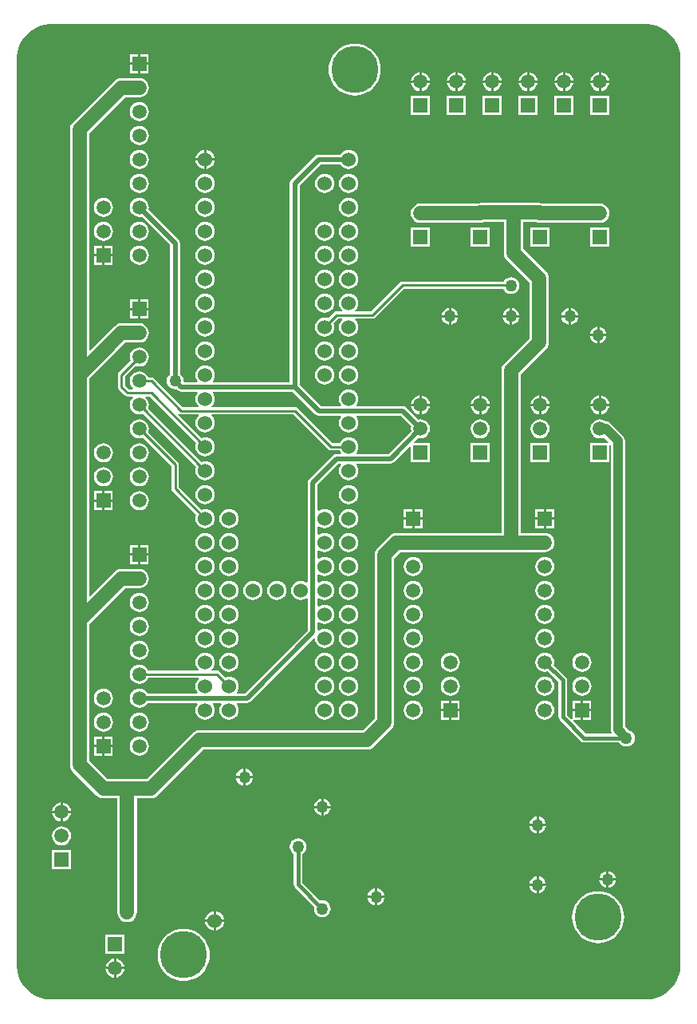
<source format=gbl>
G04*
G04 #@! TF.GenerationSoftware,Altium Limited,Altium Designer,18.0.9 (584)*
G04*
G04 Layer_Physical_Order=2*
G04 Layer_Color=16711680*
%FSLAX25Y25*%
%MOIN*%
G70*
G01*
G75*
%ADD11C,0.01000*%
%ADD42C,0.04000*%
%ADD43C,0.06000*%
%ADD44C,0.02000*%
%ADD46C,0.01500*%
%ADD48C,0.06000*%
%ADD49R,0.05906X0.05906*%
%ADD50C,0.05906*%
%ADD51C,0.19685*%
%ADD52C,0.05000*%
G36*
X534376Y498728D02*
X536240Y498229D01*
X538024Y497490D01*
X539696Y496524D01*
X541228Y495349D01*
X542593Y493984D01*
X543769Y492452D01*
X544734Y490780D01*
X545473Y488996D01*
X545972Y487132D01*
X546225Y485217D01*
Y484252D01*
Y106299D01*
Y105334D01*
X545972Y103420D01*
X545473Y101555D01*
X544734Y99771D01*
X543769Y98099D01*
X542593Y96567D01*
X541228Y95202D01*
X539696Y94027D01*
X538024Y93061D01*
X536240Y92322D01*
X534376Y91823D01*
X532461Y91571D01*
X282499D01*
X280585Y91823D01*
X278720Y92322D01*
X276936Y93061D01*
X275264Y94027D01*
X273732Y95202D01*
X272367Y96567D01*
X271192Y98099D01*
X270227Y99771D01*
X269488Y101555D01*
X268988Y103420D01*
X268736Y105334D01*
Y106299D01*
Y484252D01*
Y485217D01*
X268988Y487132D01*
X269488Y488996D01*
X270227Y490780D01*
X271192Y492452D01*
X272367Y493984D01*
X273732Y495349D01*
X275264Y496524D01*
X276936Y497490D01*
X278720Y498229D01*
X280585Y498728D01*
X282499Y498981D01*
X532461D01*
X534376Y498728D01*
D02*
G37*
%LPC*%
G36*
X323953Y486453D02*
X320500D01*
Y483000D01*
X323953D01*
Y486453D01*
D02*
G37*
G36*
X319500D02*
X316047D01*
Y483000D01*
X319500D01*
Y486453D01*
D02*
G37*
G36*
X323953Y482000D02*
X320500D01*
Y478547D01*
X323953D01*
Y482000D01*
D02*
G37*
G36*
X319500D02*
X316047D01*
Y478547D01*
X319500D01*
Y482000D01*
D02*
G37*
G36*
X513000Y478921D02*
Y475500D01*
X516421D01*
X516351Y476032D01*
X515953Y476993D01*
X515319Y477819D01*
X514493Y478453D01*
X513532Y478851D01*
X513000Y478921D01*
D02*
G37*
G36*
X498000D02*
Y475500D01*
X501421D01*
X501351Y476032D01*
X500953Y476993D01*
X500319Y477819D01*
X499493Y478453D01*
X498532Y478851D01*
X498000Y478921D01*
D02*
G37*
G36*
X483000D02*
Y475500D01*
X486421D01*
X486351Y476032D01*
X485953Y476993D01*
X485319Y477819D01*
X484493Y478453D01*
X483532Y478851D01*
X483000Y478921D01*
D02*
G37*
G36*
X468000D02*
Y475500D01*
X471421D01*
X471351Y476032D01*
X470953Y476993D01*
X470319Y477819D01*
X469493Y478453D01*
X468532Y478851D01*
X468000Y478921D01*
D02*
G37*
G36*
X453000D02*
Y475500D01*
X456421D01*
X456351Y476032D01*
X455953Y476993D01*
X455319Y477819D01*
X454493Y478453D01*
X453532Y478851D01*
X453000Y478921D01*
D02*
G37*
G36*
X438000D02*
Y475500D01*
X441421D01*
X441351Y476032D01*
X440953Y476993D01*
X440319Y477819D01*
X439493Y478453D01*
X438532Y478851D01*
X438000Y478921D01*
D02*
G37*
G36*
X512000D02*
X511468Y478851D01*
X510507Y478453D01*
X509681Y477819D01*
X509047Y476993D01*
X508649Y476032D01*
X508579Y475500D01*
X512000D01*
Y478921D01*
D02*
G37*
G36*
X497000D02*
X496468Y478851D01*
X495507Y478453D01*
X494681Y477819D01*
X494047Y476993D01*
X493649Y476032D01*
X493579Y475500D01*
X497000D01*
Y478921D01*
D02*
G37*
G36*
X482000D02*
X481468Y478851D01*
X480507Y478453D01*
X479681Y477819D01*
X479047Y476993D01*
X478649Y476032D01*
X478579Y475500D01*
X482000D01*
Y478921D01*
D02*
G37*
G36*
X467000D02*
X466468Y478851D01*
X465507Y478453D01*
X464681Y477819D01*
X464047Y476993D01*
X463649Y476032D01*
X463579Y475500D01*
X467000D01*
Y478921D01*
D02*
G37*
G36*
X452000D02*
X451468Y478851D01*
X450507Y478453D01*
X449681Y477819D01*
X449047Y476993D01*
X448649Y476032D01*
X448579Y475500D01*
X452000D01*
Y478921D01*
D02*
G37*
G36*
X437000D02*
X436468Y478851D01*
X435507Y478453D01*
X434681Y477819D01*
X434047Y476993D01*
X433649Y476032D01*
X433579Y475500D01*
X437000D01*
Y478921D01*
D02*
G37*
G36*
X516421Y474500D02*
X513000D01*
Y471079D01*
X513532Y471149D01*
X514493Y471547D01*
X515319Y472181D01*
X515953Y473007D01*
X516351Y473968D01*
X516421Y474500D01*
D02*
G37*
G36*
X501421D02*
X498000D01*
Y471079D01*
X498532Y471149D01*
X499493Y471547D01*
X500319Y472181D01*
X500953Y473007D01*
X501351Y473968D01*
X501421Y474500D01*
D02*
G37*
G36*
X486421D02*
X483000D01*
Y471079D01*
X483532Y471149D01*
X484493Y471547D01*
X485319Y472181D01*
X485953Y473007D01*
X486351Y473968D01*
X486421Y474500D01*
D02*
G37*
G36*
X471421D02*
X468000D01*
Y471079D01*
X468532Y471149D01*
X469493Y471547D01*
X470319Y472181D01*
X470953Y473007D01*
X471351Y473968D01*
X471421Y474500D01*
D02*
G37*
G36*
X456421D02*
X453000D01*
Y471079D01*
X453532Y471149D01*
X454493Y471547D01*
X455319Y472181D01*
X455953Y473007D01*
X456351Y473968D01*
X456421Y474500D01*
D02*
G37*
G36*
X441421D02*
X438000D01*
Y471079D01*
X438532Y471149D01*
X439493Y471547D01*
X440319Y472181D01*
X440953Y473007D01*
X441351Y473968D01*
X441421Y474500D01*
D02*
G37*
G36*
X512000D02*
X508579D01*
X508649Y473968D01*
X509047Y473007D01*
X509681Y472181D01*
X510507Y471547D01*
X511468Y471149D01*
X512000Y471079D01*
Y474500D01*
D02*
G37*
G36*
X497000D02*
X493579D01*
X493649Y473968D01*
X494047Y473007D01*
X494681Y472181D01*
X495507Y471547D01*
X496468Y471149D01*
X497000Y471079D01*
Y474500D01*
D02*
G37*
G36*
X482000D02*
X478579D01*
X478649Y473968D01*
X479047Y473007D01*
X479681Y472181D01*
X480507Y471547D01*
X481468Y471149D01*
X482000Y471079D01*
Y474500D01*
D02*
G37*
G36*
X467000D02*
X463579D01*
X463649Y473968D01*
X464047Y473007D01*
X464681Y472181D01*
X465507Y471547D01*
X466468Y471149D01*
X467000Y471079D01*
Y474500D01*
D02*
G37*
G36*
X452000D02*
X448579D01*
X448649Y473968D01*
X449047Y473007D01*
X449681Y472181D01*
X450507Y471547D01*
X451468Y471149D01*
X452000Y471079D01*
Y474500D01*
D02*
G37*
G36*
X437000D02*
X433579D01*
X433649Y473968D01*
X434047Y473007D01*
X434681Y472181D01*
X435507Y471547D01*
X436468Y471149D01*
X437000Y471079D01*
Y474500D01*
D02*
G37*
G36*
X410000Y490876D02*
X408299Y490742D01*
X406639Y490344D01*
X405062Y489691D01*
X403607Y488799D01*
X402310Y487690D01*
X401201Y486393D01*
X400309Y484938D01*
X399656Y483361D01*
X399258Y481701D01*
X399124Y480000D01*
X399258Y478299D01*
X399656Y476639D01*
X400309Y475062D01*
X401201Y473607D01*
X402310Y472309D01*
X403607Y471201D01*
X405062Y470309D01*
X406639Y469656D01*
X408299Y469258D01*
X410000Y469124D01*
X411701Y469258D01*
X413361Y469656D01*
X414938Y470309D01*
X416393Y471201D01*
X417691Y472309D01*
X418799Y473607D01*
X419691Y475062D01*
X420344Y476639D01*
X420742Y478299D01*
X420876Y480000D01*
X420742Y481701D01*
X420344Y483361D01*
X419691Y484938D01*
X418799Y486393D01*
X417691Y487690D01*
X416393Y488799D01*
X414938Y489691D01*
X413361Y490344D01*
X411701Y490742D01*
X410000Y490876D01*
D02*
G37*
G36*
X516453Y468953D02*
X508547D01*
Y461047D01*
X516453D01*
Y468953D01*
D02*
G37*
G36*
X501453D02*
X493547D01*
Y461047D01*
X501453D01*
Y468953D01*
D02*
G37*
G36*
X486453D02*
X478547D01*
Y461047D01*
X486453D01*
Y468953D01*
D02*
G37*
G36*
X471453D02*
X463547D01*
Y461047D01*
X471453D01*
Y468953D01*
D02*
G37*
G36*
X456453D02*
X448547D01*
Y461047D01*
X456453D01*
Y468953D01*
D02*
G37*
G36*
X441453D02*
X433547D01*
Y461047D01*
X441453D01*
Y468953D01*
D02*
G37*
G36*
X320000Y466487D02*
X318968Y466351D01*
X318007Y465953D01*
X317181Y465319D01*
X316547Y464493D01*
X316149Y463532D01*
X316013Y462500D01*
X316149Y461468D01*
X316547Y460507D01*
X317181Y459681D01*
X318007Y459047D01*
X318968Y458649D01*
X320000Y458513D01*
X321032Y458649D01*
X321993Y459047D01*
X322819Y459681D01*
X323453Y460507D01*
X323851Y461468D01*
X323987Y462500D01*
X323851Y463532D01*
X323453Y464493D01*
X322819Y465319D01*
X321993Y465953D01*
X321032Y466351D01*
X320000Y466487D01*
D02*
G37*
G36*
Y456487D02*
X318968Y456351D01*
X318007Y455953D01*
X317181Y455319D01*
X316547Y454493D01*
X316149Y453532D01*
X316013Y452500D01*
X316149Y451468D01*
X316547Y450507D01*
X317181Y449681D01*
X318007Y449047D01*
X318968Y448649D01*
X320000Y448513D01*
X321032Y448649D01*
X321993Y449047D01*
X322819Y449681D01*
X323453Y450507D01*
X323851Y451468D01*
X323987Y452500D01*
X323851Y453532D01*
X323453Y454493D01*
X322819Y455319D01*
X321993Y455953D01*
X321032Y456351D01*
X320000Y456487D01*
D02*
G37*
G36*
X407500Y446534D02*
X406456Y446397D01*
X405483Y445994D01*
X404647Y445353D01*
X404023Y444539D01*
X395000D01*
X395000Y444539D01*
X394220Y444384D01*
X393558Y443942D01*
X393558Y443942D01*
X383558Y433942D01*
X383116Y433280D01*
X382961Y432500D01*
Y349539D01*
X350900D01*
X350654Y350039D01*
X350994Y350483D01*
X351397Y351456D01*
X351535Y352500D01*
X351397Y353544D01*
X350994Y354517D01*
X350353Y355353D01*
X349517Y355994D01*
X348544Y356397D01*
X347500Y356535D01*
X346456Y356397D01*
X345483Y355994D01*
X344647Y355353D01*
X344006Y354517D01*
X343603Y353544D01*
X343465Y352500D01*
X343603Y351456D01*
X344006Y350483D01*
X344346Y350039D01*
X344100Y349539D01*
X338849D01*
X338519Y349915D01*
X338530Y350000D01*
X338410Y350914D01*
X338057Y351765D01*
X337496Y352496D01*
X337039Y352847D01*
Y407500D01*
X336884Y408280D01*
X336442Y408942D01*
X323858Y421525D01*
X323987Y422500D01*
X323851Y423532D01*
X323453Y424493D01*
X322819Y425319D01*
X321993Y425953D01*
X321032Y426351D01*
X320000Y426487D01*
X318968Y426351D01*
X318007Y425953D01*
X317181Y425319D01*
X316547Y424493D01*
X316149Y423532D01*
X316013Y422500D01*
X316149Y421468D01*
X316547Y420507D01*
X317181Y419681D01*
X318007Y419047D01*
X318968Y418649D01*
X320000Y418513D01*
X320975Y418642D01*
X332961Y406655D01*
Y352847D01*
X332504Y352496D01*
X331943Y351765D01*
X331590Y350914D01*
X331470Y350000D01*
X331590Y349086D01*
X331943Y348235D01*
X332504Y347504D01*
X333235Y346943D01*
X334086Y346590D01*
X335000Y346470D01*
X335571Y346545D01*
X336058Y346058D01*
X336720Y345616D01*
X337500Y345461D01*
X344100D01*
X344346Y344961D01*
X344006Y344517D01*
X343603Y343544D01*
X343465Y342500D01*
X343603Y341456D01*
X344006Y340483D01*
X344647Y339647D01*
X344835Y339503D01*
X344674Y339029D01*
X338134D01*
X326081Y351081D01*
X325585Y351413D01*
X325000Y351529D01*
X323645D01*
X323453Y351993D01*
X322819Y352819D01*
X321993Y353453D01*
X321032Y353851D01*
X320000Y353987D01*
X318968Y353851D01*
X318007Y353453D01*
X317181Y352819D01*
X316547Y351993D01*
X316149Y351032D01*
X316013Y350000D01*
X316149Y348968D01*
X316547Y348007D01*
X317181Y347181D01*
X317378Y347029D01*
X317209Y346529D01*
X315634D01*
X314029Y348133D01*
Y351867D01*
X318504Y356341D01*
X318968Y356149D01*
X320000Y356013D01*
X321032Y356149D01*
X321993Y356547D01*
X322819Y357181D01*
X323453Y358007D01*
X323851Y358968D01*
X323987Y360000D01*
X323851Y361032D01*
X323453Y361993D01*
X322819Y362819D01*
X321993Y363453D01*
X321032Y363851D01*
X320000Y363987D01*
X318968Y363851D01*
X318007Y363453D01*
X317181Y362819D01*
X316547Y361993D01*
X316149Y361032D01*
X316013Y360000D01*
X316149Y358968D01*
X316341Y358504D01*
X311419Y353581D01*
X311087Y353085D01*
X310971Y352500D01*
Y347500D01*
X311087Y346915D01*
X311419Y346419D01*
X313919Y343919D01*
X314415Y343587D01*
X315000Y343471D01*
X317209D01*
X317378Y342971D01*
X317181Y342819D01*
X316547Y341993D01*
X316149Y341032D01*
X316013Y340000D01*
X316149Y338968D01*
X316547Y338007D01*
X317181Y337181D01*
X318007Y336547D01*
X318968Y336149D01*
X320000Y336013D01*
X321032Y336149D01*
X321496Y336341D01*
X343805Y314032D01*
X343603Y313544D01*
X343465Y312500D01*
X343603Y311456D01*
X344006Y310483D01*
X344647Y309647D01*
X345483Y309006D01*
X346456Y308603D01*
X347500Y308466D01*
X348544Y308603D01*
X349517Y309006D01*
X350353Y309647D01*
X350994Y310483D01*
X351397Y311456D01*
X351535Y312500D01*
X351397Y313544D01*
X350994Y314517D01*
X350353Y315353D01*
X349517Y315994D01*
X348544Y316397D01*
X347500Y316534D01*
X346456Y316397D01*
X345968Y316195D01*
X323659Y338504D01*
X323851Y338968D01*
X323987Y340000D01*
X323851Y341032D01*
X323453Y341993D01*
X322819Y342819D01*
X322622Y342971D01*
X322792Y343471D01*
X324366D01*
X343805Y324032D01*
X343603Y323544D01*
X343465Y322500D01*
X343603Y321456D01*
X344006Y320483D01*
X344647Y319647D01*
X345483Y319006D01*
X346456Y318603D01*
X347500Y318465D01*
X348544Y318603D01*
X349517Y319006D01*
X350353Y319647D01*
X350994Y320483D01*
X351397Y321456D01*
X351535Y322500D01*
X351397Y323544D01*
X350994Y324517D01*
X350353Y325353D01*
X349517Y325994D01*
X348544Y326397D01*
X347500Y326535D01*
X346456Y326397D01*
X345968Y326195D01*
X336199Y335964D01*
X336518Y336352D01*
X336915Y336087D01*
X337500Y335971D01*
X344674D01*
X344835Y335497D01*
X344647Y335353D01*
X344006Y334517D01*
X343603Y333544D01*
X343465Y332500D01*
X343603Y331456D01*
X344006Y330483D01*
X344647Y329647D01*
X345483Y329006D01*
X346456Y328603D01*
X347500Y328466D01*
X348544Y328603D01*
X349517Y329006D01*
X350353Y329647D01*
X350994Y330483D01*
X351397Y331456D01*
X351535Y332500D01*
X351397Y333544D01*
X350994Y334517D01*
X350353Y335353D01*
X350165Y335497D01*
X350325Y335971D01*
X384366D01*
X398919Y321419D01*
X399415Y321087D01*
X400000Y320971D01*
X403804D01*
X404006Y320483D01*
X404346Y320039D01*
X404100Y319539D01*
X402500D01*
X402500Y319539D01*
X401720Y319384D01*
X401058Y318942D01*
X401058Y318942D01*
X391058Y308942D01*
X390616Y308280D01*
X390461Y307500D01*
Y265900D01*
X389961Y265654D01*
X389517Y265994D01*
X388544Y266397D01*
X387500Y266534D01*
X386456Y266397D01*
X385483Y265994D01*
X384647Y265353D01*
X384006Y264517D01*
X383603Y263544D01*
X383466Y262500D01*
X383603Y261456D01*
X384006Y260483D01*
X384647Y259647D01*
X385483Y259006D01*
X386456Y258603D01*
X387500Y258466D01*
X388544Y258603D01*
X389517Y259006D01*
X389961Y259346D01*
X390461Y259100D01*
Y245845D01*
X364155Y219539D01*
X360900D01*
X360654Y220039D01*
X360994Y220483D01*
X361397Y221456D01*
X361535Y222500D01*
X361397Y223544D01*
X360994Y224517D01*
X360353Y225353D01*
X359517Y225994D01*
X358544Y226397D01*
X357500Y226535D01*
X356456Y226397D01*
X355968Y226195D01*
X353581Y228581D01*
X353085Y228913D01*
X352500Y229029D01*
X350325D01*
X350165Y229503D01*
X350353Y229647D01*
X350994Y230483D01*
X351397Y231456D01*
X351535Y232500D01*
X351397Y233544D01*
X350994Y234517D01*
X350353Y235353D01*
X349517Y235994D01*
X348544Y236397D01*
X347500Y236535D01*
X346456Y236397D01*
X345483Y235994D01*
X344647Y235353D01*
X344006Y234517D01*
X343603Y233544D01*
X343465Y232500D01*
X343603Y231456D01*
X344006Y230483D01*
X344647Y229647D01*
X344835Y229503D01*
X344674Y229029D01*
X323645D01*
X323453Y229493D01*
X322819Y230319D01*
X321993Y230953D01*
X321032Y231351D01*
X320000Y231487D01*
X318968Y231351D01*
X318007Y230953D01*
X317181Y230319D01*
X316547Y229493D01*
X316149Y228532D01*
X316013Y227500D01*
X316149Y226468D01*
X316547Y225507D01*
X317181Y224681D01*
X318007Y224047D01*
X318968Y223649D01*
X320000Y223513D01*
X321032Y223649D01*
X321993Y224047D01*
X322819Y224681D01*
X323453Y225507D01*
X323645Y225971D01*
X344674D01*
X344835Y225497D01*
X344647Y225353D01*
X344006Y224517D01*
X343603Y223544D01*
X343465Y222500D01*
X343603Y221456D01*
X344006Y220483D01*
X344346Y220039D01*
X344100Y219539D01*
X323418D01*
X322819Y220319D01*
X321993Y220953D01*
X321032Y221351D01*
X320000Y221487D01*
X318968Y221351D01*
X318007Y220953D01*
X317181Y220319D01*
X316547Y219493D01*
X316149Y218532D01*
X316013Y217500D01*
X316149Y216468D01*
X316547Y215507D01*
X317181Y214681D01*
X318007Y214047D01*
X318968Y213649D01*
X320000Y213513D01*
X321032Y213649D01*
X321993Y214047D01*
X322819Y214681D01*
X323418Y215461D01*
X344100D01*
X344346Y214961D01*
X344006Y214517D01*
X343603Y213544D01*
X343465Y212500D01*
X343603Y211456D01*
X344006Y210483D01*
X344647Y209647D01*
X345483Y209006D01*
X346456Y208603D01*
X347500Y208466D01*
X348544Y208603D01*
X349517Y209006D01*
X350353Y209647D01*
X350994Y210483D01*
X351397Y211456D01*
X351535Y212500D01*
X351397Y213544D01*
X350994Y214517D01*
X350654Y214961D01*
X350900Y215461D01*
X354100D01*
X354346Y214961D01*
X354006Y214517D01*
X353603Y213544D01*
X353466Y212500D01*
X353603Y211456D01*
X354006Y210483D01*
X354647Y209647D01*
X355483Y209006D01*
X356456Y208603D01*
X357500Y208466D01*
X358544Y208603D01*
X359517Y209006D01*
X360353Y209647D01*
X360994Y210483D01*
X361397Y211456D01*
X361535Y212500D01*
X361397Y213544D01*
X360994Y214517D01*
X360654Y214961D01*
X360900Y215461D01*
X365000D01*
X365780Y215616D01*
X366442Y216058D01*
X393025Y242641D01*
X393480Y242389D01*
X393603Y241456D01*
X394006Y240483D01*
X394647Y239647D01*
X395483Y239006D01*
X396456Y238603D01*
X397500Y238465D01*
X398544Y238603D01*
X399517Y239006D01*
X400353Y239647D01*
X400994Y240483D01*
X401397Y241456D01*
X401535Y242500D01*
X401397Y243544D01*
X400994Y244517D01*
X400353Y245353D01*
X399517Y245994D01*
X398544Y246397D01*
X397500Y246534D01*
X396456Y246397D01*
X395483Y245994D01*
X395039Y245654D01*
X394539Y245900D01*
Y249100D01*
X395039Y249346D01*
X395483Y249006D01*
X396456Y248603D01*
X397500Y248465D01*
X398544Y248603D01*
X399517Y249006D01*
X400353Y249647D01*
X400994Y250483D01*
X401397Y251456D01*
X401535Y252500D01*
X401397Y253544D01*
X400994Y254517D01*
X400353Y255353D01*
X399517Y255994D01*
X398544Y256397D01*
X397500Y256535D01*
X396456Y256397D01*
X395483Y255994D01*
X395039Y255654D01*
X394539Y255900D01*
Y259100D01*
X395039Y259346D01*
X395483Y259006D01*
X396456Y258603D01*
X397500Y258466D01*
X398544Y258603D01*
X399517Y259006D01*
X400353Y259647D01*
X400994Y260483D01*
X401397Y261456D01*
X401535Y262500D01*
X401397Y263544D01*
X400994Y264517D01*
X400353Y265353D01*
X399517Y265994D01*
X398544Y266397D01*
X397500Y266534D01*
X396456Y266397D01*
X395483Y265994D01*
X395039Y265654D01*
X394539Y265900D01*
Y269100D01*
X395039Y269346D01*
X395483Y269006D01*
X396456Y268603D01*
X397500Y268465D01*
X398544Y268603D01*
X399517Y269006D01*
X400353Y269647D01*
X400994Y270483D01*
X401397Y271456D01*
X401535Y272500D01*
X401397Y273544D01*
X400994Y274517D01*
X400353Y275353D01*
X399517Y275994D01*
X398544Y276397D01*
X397500Y276535D01*
X396456Y276397D01*
X395483Y275994D01*
X395039Y275654D01*
X394539Y275900D01*
Y279100D01*
X395039Y279346D01*
X395483Y279006D01*
X396456Y278603D01*
X397500Y278466D01*
X398544Y278603D01*
X399517Y279006D01*
X400353Y279647D01*
X400994Y280483D01*
X401397Y281456D01*
X401535Y282500D01*
X401397Y283544D01*
X400994Y284517D01*
X400353Y285353D01*
X399517Y285994D01*
X398544Y286397D01*
X397500Y286535D01*
X396456Y286397D01*
X395483Y285994D01*
X395039Y285654D01*
X394539Y285900D01*
Y289100D01*
X395039Y289346D01*
X395483Y289006D01*
X396456Y288603D01*
X397500Y288465D01*
X398544Y288603D01*
X399517Y289006D01*
X400353Y289647D01*
X400994Y290483D01*
X401397Y291456D01*
X401535Y292500D01*
X401397Y293544D01*
X400994Y294517D01*
X400353Y295353D01*
X399517Y295994D01*
X398544Y296397D01*
X397500Y296534D01*
X396456Y296397D01*
X395483Y295994D01*
X395039Y295654D01*
X394539Y295900D01*
Y306655D01*
X403345Y315461D01*
X404100D01*
X404346Y314961D01*
X404006Y314517D01*
X403603Y313544D01*
X403466Y312500D01*
X403603Y311456D01*
X404006Y310483D01*
X404647Y309647D01*
X405483Y309006D01*
X406456Y308603D01*
X407500Y308466D01*
X408544Y308603D01*
X409517Y309006D01*
X410353Y309647D01*
X410994Y310483D01*
X411397Y311456D01*
X411535Y312500D01*
X411397Y313544D01*
X410994Y314517D01*
X410654Y314961D01*
X410900Y315461D01*
X425000D01*
X425780Y315616D01*
X426442Y316058D01*
X433085Y322702D01*
X433547Y322510D01*
Y316047D01*
X441453D01*
Y323953D01*
X434990D01*
X434798Y324415D01*
X436525Y326142D01*
X437500Y326013D01*
X438532Y326149D01*
X439493Y326547D01*
X440319Y327181D01*
X440953Y328007D01*
X441351Y328968D01*
X441487Y330000D01*
X441351Y331032D01*
X440953Y331993D01*
X440319Y332819D01*
X439493Y333453D01*
X438532Y333851D01*
X437500Y333987D01*
X436525Y333858D01*
X431442Y338942D01*
X430780Y339384D01*
X430000Y339539D01*
X410900D01*
X410654Y340039D01*
X410994Y340483D01*
X411397Y341456D01*
X411535Y342500D01*
X411397Y343544D01*
X410994Y344517D01*
X410353Y345353D01*
X409517Y345994D01*
X408544Y346397D01*
X407500Y346534D01*
X406456Y346397D01*
X405483Y345994D01*
X404647Y345353D01*
X404006Y344517D01*
X403603Y343544D01*
X403466Y342500D01*
X403603Y341456D01*
X404006Y340483D01*
X404346Y340039D01*
X404100Y339539D01*
X395845D01*
X387039Y348345D01*
Y431655D01*
X395845Y440461D01*
X404023D01*
X404647Y439647D01*
X405483Y439006D01*
X406456Y438603D01*
X407500Y438465D01*
X408544Y438603D01*
X409517Y439006D01*
X410353Y439647D01*
X410994Y440483D01*
X411397Y441456D01*
X411535Y442500D01*
X411397Y443544D01*
X410994Y444517D01*
X410353Y445353D01*
X409517Y445994D01*
X408544Y446397D01*
X407500Y446534D01*
D02*
G37*
G36*
X348000Y446469D02*
Y443000D01*
X351469D01*
X351397Y443544D01*
X350994Y444517D01*
X350353Y445353D01*
X349517Y445994D01*
X348544Y446397D01*
X348000Y446469D01*
D02*
G37*
G36*
X347000D02*
X346456Y446397D01*
X345483Y445994D01*
X344647Y445353D01*
X344006Y444517D01*
X343603Y443544D01*
X343531Y443000D01*
X347000D01*
Y446469D01*
D02*
G37*
G36*
X351469Y442000D02*
X348000D01*
Y438531D01*
X348544Y438603D01*
X349517Y439006D01*
X350353Y439647D01*
X350994Y440483D01*
X351397Y441456D01*
X351469Y442000D01*
D02*
G37*
G36*
X347000D02*
X343531D01*
X343603Y441456D01*
X344006Y440483D01*
X344647Y439647D01*
X345483Y439006D01*
X346456Y438603D01*
X347000Y438531D01*
Y442000D01*
D02*
G37*
G36*
X320000Y446487D02*
X318968Y446351D01*
X318007Y445953D01*
X317181Y445319D01*
X316547Y444493D01*
X316149Y443532D01*
X316013Y442500D01*
X316149Y441468D01*
X316547Y440507D01*
X317181Y439681D01*
X318007Y439047D01*
X318968Y438649D01*
X320000Y438513D01*
X321032Y438649D01*
X321993Y439047D01*
X322819Y439681D01*
X323453Y440507D01*
X323851Y441468D01*
X323987Y442500D01*
X323851Y443532D01*
X323453Y444493D01*
X322819Y445319D01*
X321993Y445953D01*
X321032Y446351D01*
X320000Y446487D01*
D02*
G37*
G36*
Y436487D02*
X318968Y436351D01*
X318007Y435953D01*
X317181Y435319D01*
X316547Y434493D01*
X316149Y433532D01*
X316013Y432500D01*
X316149Y431468D01*
X316547Y430507D01*
X317181Y429681D01*
X318007Y429047D01*
X318968Y428649D01*
X320000Y428513D01*
X321032Y428649D01*
X321993Y429047D01*
X322819Y429681D01*
X323453Y430507D01*
X323851Y431468D01*
X323987Y432500D01*
X323851Y433532D01*
X323453Y434493D01*
X322819Y435319D01*
X321993Y435953D01*
X321032Y436351D01*
X320000Y436487D01*
D02*
G37*
G36*
X407500Y436535D02*
X406456Y436397D01*
X405483Y435994D01*
X404647Y435353D01*
X404006Y434517D01*
X403603Y433544D01*
X403466Y432500D01*
X403603Y431456D01*
X404006Y430483D01*
X404647Y429647D01*
X405483Y429006D01*
X406456Y428603D01*
X407500Y428466D01*
X408544Y428603D01*
X409517Y429006D01*
X410353Y429647D01*
X410994Y430483D01*
X411397Y431456D01*
X411535Y432500D01*
X411397Y433544D01*
X410994Y434517D01*
X410353Y435353D01*
X409517Y435994D01*
X408544Y436397D01*
X407500Y436535D01*
D02*
G37*
G36*
X397500D02*
X396456Y436397D01*
X395483Y435994D01*
X394647Y435353D01*
X394006Y434517D01*
X393603Y433544D01*
X393465Y432500D01*
X393603Y431456D01*
X394006Y430483D01*
X394647Y429647D01*
X395483Y429006D01*
X396456Y428603D01*
X397500Y428466D01*
X398544Y428603D01*
X399517Y429006D01*
X400353Y429647D01*
X400994Y430483D01*
X401397Y431456D01*
X401535Y432500D01*
X401397Y433544D01*
X400994Y434517D01*
X400353Y435353D01*
X399517Y435994D01*
X398544Y436397D01*
X397500Y436535D01*
D02*
G37*
G36*
X347500D02*
X346456Y436397D01*
X345483Y435994D01*
X344647Y435353D01*
X344006Y434517D01*
X343603Y433544D01*
X343465Y432500D01*
X343603Y431456D01*
X344006Y430483D01*
X344647Y429647D01*
X345483Y429006D01*
X346456Y428603D01*
X347500Y428466D01*
X348544Y428603D01*
X349517Y429006D01*
X350353Y429647D01*
X350994Y430483D01*
X351397Y431456D01*
X351535Y432500D01*
X351397Y433544D01*
X350994Y434517D01*
X350353Y435353D01*
X349517Y435994D01*
X348544Y436397D01*
X347500Y436535D01*
D02*
G37*
G36*
X305000Y426487D02*
X303968Y426351D01*
X303007Y425953D01*
X302181Y425319D01*
X301547Y424493D01*
X301149Y423532D01*
X301013Y422500D01*
X301149Y421468D01*
X301547Y420507D01*
X302181Y419681D01*
X303007Y419047D01*
X303968Y418649D01*
X305000Y418513D01*
X306032Y418649D01*
X306993Y419047D01*
X307819Y419681D01*
X308453Y420507D01*
X308851Y421468D01*
X308987Y422500D01*
X308851Y423532D01*
X308453Y424493D01*
X307819Y425319D01*
X306993Y425953D01*
X306032Y426351D01*
X305000Y426487D01*
D02*
G37*
G36*
X407500Y426535D02*
X406456Y426397D01*
X405483Y425994D01*
X404647Y425353D01*
X404006Y424517D01*
X403603Y423544D01*
X403466Y422500D01*
X403603Y421456D01*
X404006Y420483D01*
X404647Y419647D01*
X405483Y419006D01*
X406456Y418603D01*
X407500Y418466D01*
X408544Y418603D01*
X409517Y419006D01*
X410353Y419647D01*
X410994Y420483D01*
X411397Y421456D01*
X411535Y422500D01*
X411397Y423544D01*
X410994Y424517D01*
X410353Y425353D01*
X409517Y425994D01*
X408544Y426397D01*
X407500Y426535D01*
D02*
G37*
G36*
X347500D02*
X346456Y426397D01*
X345483Y425994D01*
X344647Y425353D01*
X344006Y424517D01*
X343603Y423544D01*
X343465Y422500D01*
X343603Y421456D01*
X344006Y420483D01*
X344647Y419647D01*
X345483Y419006D01*
X346456Y418603D01*
X347500Y418466D01*
X348544Y418603D01*
X349517Y419006D01*
X350353Y419647D01*
X350994Y420483D01*
X351397Y421456D01*
X351535Y422500D01*
X351397Y423544D01*
X350994Y424517D01*
X350353Y425353D01*
X349517Y425994D01*
X348544Y426397D01*
X347500Y426535D01*
D02*
G37*
G36*
X312500Y476535D02*
X311456Y476397D01*
X310483Y475994D01*
X309647Y475353D01*
X309647Y475353D01*
X292147Y457853D01*
X291506Y457017D01*
X291103Y456044D01*
X290966Y455000D01*
X290966Y455000D01*
Y440000D01*
Y352500D01*
X290966Y352500D01*
X290966Y352500D01*
Y340000D01*
Y250000D01*
X290966Y250000D01*
X290966Y250000D01*
Y237500D01*
Y189685D01*
X290966Y189685D01*
X291103Y188641D01*
X291506Y187668D01*
X292147Y186832D01*
X302147Y176832D01*
X302147Y176832D01*
X302983Y176191D01*
X303956Y175788D01*
X305000Y175651D01*
X305000Y175651D01*
X310926D01*
Y127953D01*
X311064Y126909D01*
X311467Y125935D01*
X312108Y125100D01*
X312943Y124459D01*
X313916Y124056D01*
X314961Y123918D01*
X316005Y124056D01*
X316978Y124459D01*
X317813Y125100D01*
X318455Y125935D01*
X318858Y126909D01*
X318995Y127953D01*
Y175651D01*
X324185D01*
X324435Y175683D01*
X324685Y175651D01*
X325729Y175788D01*
X326702Y176191D01*
X327538Y176832D01*
X346671Y195966D01*
X415000D01*
X415000Y195966D01*
X416044Y196103D01*
X417017Y196506D01*
X417853Y197147D01*
X425353Y204647D01*
X425994Y205483D01*
X426397Y206456D01*
X426535Y207500D01*
Y275829D01*
X429171Y278466D01*
X489500D01*
X490544Y278603D01*
X491517Y279006D01*
X492353Y279647D01*
X492994Y280483D01*
X493397Y281456D01*
X493535Y282500D01*
X493397Y283544D01*
X492994Y284517D01*
X492353Y285353D01*
X491517Y285994D01*
X490544Y286397D01*
X489500Y286535D01*
X479428D01*
Y352660D01*
X490058Y363289D01*
X490058Y363289D01*
X490699Y364124D01*
X491102Y365097D01*
X491239Y366142D01*
Y392717D01*
X491102Y393761D01*
X490699Y394734D01*
X490058Y395569D01*
X490058Y395569D01*
X480412Y405215D01*
Y416241D01*
X486122D01*
X486456Y416103D01*
X487500Y415966D01*
X512500D01*
X513544Y416103D01*
X514517Y416506D01*
X515353Y417147D01*
X515994Y417983D01*
X516397Y418956D01*
X516535Y420000D01*
X516397Y421044D01*
X515994Y422017D01*
X515353Y422853D01*
X514517Y423494D01*
X513544Y423897D01*
X512500Y424035D01*
X488602D01*
X488269Y424173D01*
X487224Y424310D01*
X487224Y424310D01*
X462776D01*
X461731Y424173D01*
X461398Y424035D01*
X437500D01*
X436456Y423897D01*
X435483Y423494D01*
X434647Y422853D01*
X434006Y422017D01*
X433603Y421044D01*
X433465Y420000D01*
X433603Y418956D01*
X434006Y417983D01*
X434647Y417147D01*
X435483Y416506D01*
X436456Y416103D01*
X437500Y415966D01*
X462500D01*
X462500Y415966D01*
X463544Y416103D01*
X463878Y416241D01*
X472343D01*
Y403543D01*
X472343Y403543D01*
X472481Y402499D01*
X472884Y401526D01*
X473525Y400691D01*
X483170Y391045D01*
Y367813D01*
X472541Y357184D01*
X471900Y356348D01*
X471497Y355375D01*
X471359Y354331D01*
X471359Y354331D01*
Y286535D01*
X427500D01*
X427500Y286535D01*
X426456Y286397D01*
X425483Y285994D01*
X424647Y285353D01*
X424647Y285353D01*
X419647Y280353D01*
X419006Y279517D01*
X418603Y278544D01*
X418466Y277500D01*
X418466Y277500D01*
Y209171D01*
X413329Y204034D01*
X345000D01*
X345000Y204034D01*
X343956Y203897D01*
X342983Y203494D01*
X342147Y202853D01*
X323014Y183720D01*
X306671D01*
X299035Y191356D01*
Y237500D01*
Y248329D01*
X314171Y263465D01*
X320000D01*
X321044Y263603D01*
X322017Y264006D01*
X322853Y264647D01*
X323494Y265483D01*
X323897Y266456D01*
X324035Y267500D01*
X323897Y268544D01*
X323494Y269517D01*
X322853Y270353D01*
X322017Y270994D01*
X321044Y271397D01*
X320000Y271534D01*
X312500D01*
X312500Y271534D01*
X311456Y271397D01*
X310483Y270994D01*
X309647Y270353D01*
X309647Y270353D01*
X299497Y260202D01*
X299035Y260394D01*
Y340000D01*
Y350829D01*
X314171Y365966D01*
X320000D01*
X321044Y366103D01*
X322017Y366506D01*
X322853Y367147D01*
X323494Y367983D01*
X323897Y368956D01*
X324035Y370000D01*
X323897Y371044D01*
X323494Y372017D01*
X322853Y372853D01*
X322017Y373494D01*
X321044Y373897D01*
X320000Y374035D01*
X312500D01*
X312500Y374035D01*
X311456Y373897D01*
X310483Y373494D01*
X309647Y372853D01*
X309647Y372853D01*
X299497Y362702D01*
X299035Y362894D01*
Y440000D01*
Y453329D01*
X314171Y468466D01*
X320000D01*
X321044Y468603D01*
X322017Y469006D01*
X322853Y469647D01*
X323494Y470483D01*
X323897Y471456D01*
X324035Y472500D01*
X323897Y473544D01*
X323494Y474517D01*
X322853Y475353D01*
X322017Y475994D01*
X321044Y476397D01*
X320000Y476535D01*
X312500D01*
X312500Y476535D01*
D02*
G37*
G36*
X320000Y416487D02*
X318968Y416351D01*
X318007Y415953D01*
X317181Y415319D01*
X316547Y414493D01*
X316149Y413532D01*
X316013Y412500D01*
X316149Y411468D01*
X316547Y410507D01*
X317181Y409681D01*
X318007Y409047D01*
X318968Y408649D01*
X320000Y408513D01*
X321032Y408649D01*
X321993Y409047D01*
X322819Y409681D01*
X323453Y410507D01*
X323851Y411468D01*
X323987Y412500D01*
X323851Y413532D01*
X323453Y414493D01*
X322819Y415319D01*
X321993Y415953D01*
X321032Y416351D01*
X320000Y416487D01*
D02*
G37*
G36*
X305000D02*
X303968Y416351D01*
X303007Y415953D01*
X302181Y415319D01*
X301547Y414493D01*
X301149Y413532D01*
X301013Y412500D01*
X301149Y411468D01*
X301547Y410507D01*
X302181Y409681D01*
X303007Y409047D01*
X303968Y408649D01*
X305000Y408513D01*
X306032Y408649D01*
X306993Y409047D01*
X307819Y409681D01*
X308453Y410507D01*
X308851Y411468D01*
X308987Y412500D01*
X308851Y413532D01*
X308453Y414493D01*
X307819Y415319D01*
X306993Y415953D01*
X306032Y416351D01*
X305000Y416487D01*
D02*
G37*
G36*
X407500Y416535D02*
X406456Y416397D01*
X405483Y415994D01*
X404647Y415353D01*
X404006Y414517D01*
X403603Y413544D01*
X403466Y412500D01*
X403603Y411456D01*
X404006Y410483D01*
X404647Y409647D01*
X405483Y409006D01*
X406456Y408603D01*
X407500Y408465D01*
X408544Y408603D01*
X409517Y409006D01*
X410353Y409647D01*
X410994Y410483D01*
X411397Y411456D01*
X411535Y412500D01*
X411397Y413544D01*
X410994Y414517D01*
X410353Y415353D01*
X409517Y415994D01*
X408544Y416397D01*
X407500Y416535D01*
D02*
G37*
G36*
X397500D02*
X396456Y416397D01*
X395483Y415994D01*
X394647Y415353D01*
X394006Y414517D01*
X393603Y413544D01*
X393465Y412500D01*
X393603Y411456D01*
X394006Y410483D01*
X394647Y409647D01*
X395483Y409006D01*
X396456Y408603D01*
X397500Y408465D01*
X398544Y408603D01*
X399517Y409006D01*
X400353Y409647D01*
X400994Y410483D01*
X401397Y411456D01*
X401535Y412500D01*
X401397Y413544D01*
X400994Y414517D01*
X400353Y415353D01*
X399517Y415994D01*
X398544Y416397D01*
X397500Y416535D01*
D02*
G37*
G36*
X347500D02*
X346456Y416397D01*
X345483Y415994D01*
X344647Y415353D01*
X344006Y414517D01*
X343603Y413544D01*
X343465Y412500D01*
X343603Y411456D01*
X344006Y410483D01*
X344647Y409647D01*
X345483Y409006D01*
X346456Y408603D01*
X347500Y408465D01*
X348544Y408603D01*
X349517Y409006D01*
X350353Y409647D01*
X350994Y410483D01*
X351397Y411456D01*
X351535Y412500D01*
X351397Y413544D01*
X350994Y414517D01*
X350353Y415353D01*
X349517Y415994D01*
X348544Y416397D01*
X347500Y416535D01*
D02*
G37*
G36*
X516453Y413953D02*
X508547D01*
Y406047D01*
X516453D01*
Y413953D01*
D02*
G37*
G36*
X491453D02*
X483547D01*
Y406047D01*
X491453D01*
Y413953D01*
D02*
G37*
G36*
X466453D02*
X458547D01*
Y406047D01*
X466453D01*
Y413953D01*
D02*
G37*
G36*
X441453D02*
X433547D01*
Y406047D01*
X441453D01*
Y413953D01*
D02*
G37*
G36*
X308953Y406453D02*
X305500D01*
Y403000D01*
X308953D01*
Y406453D01*
D02*
G37*
G36*
X304500D02*
X301047D01*
Y403000D01*
X304500D01*
Y406453D01*
D02*
G37*
G36*
X308953Y402000D02*
X305500D01*
Y398547D01*
X308953D01*
Y402000D01*
D02*
G37*
G36*
X304500D02*
X301047D01*
Y398547D01*
X304500D01*
Y402000D01*
D02*
G37*
G36*
X320000Y406487D02*
X318968Y406351D01*
X318007Y405953D01*
X317181Y405319D01*
X316547Y404493D01*
X316149Y403532D01*
X316013Y402500D01*
X316149Y401468D01*
X316547Y400507D01*
X317181Y399681D01*
X318007Y399047D01*
X318968Y398649D01*
X320000Y398513D01*
X321032Y398649D01*
X321993Y399047D01*
X322819Y399681D01*
X323453Y400507D01*
X323851Y401468D01*
X323987Y402500D01*
X323851Y403532D01*
X323453Y404493D01*
X322819Y405319D01*
X321993Y405953D01*
X321032Y406351D01*
X320000Y406487D01*
D02*
G37*
G36*
X407500Y406534D02*
X406456Y406397D01*
X405483Y405994D01*
X404647Y405353D01*
X404006Y404517D01*
X403603Y403544D01*
X403466Y402500D01*
X403603Y401456D01*
X404006Y400483D01*
X404647Y399647D01*
X405483Y399006D01*
X406456Y398603D01*
X407500Y398465D01*
X408544Y398603D01*
X409517Y399006D01*
X410353Y399647D01*
X410994Y400483D01*
X411397Y401456D01*
X411535Y402500D01*
X411397Y403544D01*
X410994Y404517D01*
X410353Y405353D01*
X409517Y405994D01*
X408544Y406397D01*
X407500Y406534D01*
D02*
G37*
G36*
X397500D02*
X396456Y406397D01*
X395483Y405994D01*
X394647Y405353D01*
X394006Y404517D01*
X393603Y403544D01*
X393465Y402500D01*
X393603Y401456D01*
X394006Y400483D01*
X394647Y399647D01*
X395483Y399006D01*
X396456Y398603D01*
X397500Y398465D01*
X398544Y398603D01*
X399517Y399006D01*
X400353Y399647D01*
X400994Y400483D01*
X401397Y401456D01*
X401535Y402500D01*
X401397Y403544D01*
X400994Y404517D01*
X400353Y405353D01*
X399517Y405994D01*
X398544Y406397D01*
X397500Y406534D01*
D02*
G37*
G36*
X347500D02*
X346456Y406397D01*
X345483Y405994D01*
X344647Y405353D01*
X344006Y404517D01*
X343603Y403544D01*
X343465Y402500D01*
X343603Y401456D01*
X344006Y400483D01*
X344647Y399647D01*
X345483Y399006D01*
X346456Y398603D01*
X347500Y398465D01*
X348544Y398603D01*
X349517Y399006D01*
X350353Y399647D01*
X350994Y400483D01*
X351397Y401456D01*
X351535Y402500D01*
X351397Y403544D01*
X350994Y404517D01*
X350353Y405353D01*
X349517Y405994D01*
X348544Y406397D01*
X347500Y406534D01*
D02*
G37*
G36*
X407500Y396534D02*
X406456Y396397D01*
X405483Y395994D01*
X404647Y395353D01*
X404006Y394517D01*
X403603Y393544D01*
X403466Y392500D01*
X403603Y391456D01*
X404006Y390483D01*
X404647Y389647D01*
X405483Y389006D01*
X406456Y388603D01*
X407500Y388465D01*
X408544Y388603D01*
X409517Y389006D01*
X410353Y389647D01*
X410994Y390483D01*
X411397Y391456D01*
X411535Y392500D01*
X411397Y393544D01*
X410994Y394517D01*
X410353Y395353D01*
X409517Y395994D01*
X408544Y396397D01*
X407500Y396534D01*
D02*
G37*
G36*
X397500D02*
X396456Y396397D01*
X395483Y395994D01*
X394647Y395353D01*
X394006Y394517D01*
X393603Y393544D01*
X393465Y392500D01*
X393603Y391456D01*
X394006Y390483D01*
X394647Y389647D01*
X395483Y389006D01*
X396456Y388603D01*
X397500Y388465D01*
X398544Y388603D01*
X399517Y389006D01*
X400353Y389647D01*
X400994Y390483D01*
X401397Y391456D01*
X401535Y392500D01*
X401397Y393544D01*
X400994Y394517D01*
X400353Y395353D01*
X399517Y395994D01*
X398544Y396397D01*
X397500Y396534D01*
D02*
G37*
G36*
X347500D02*
X346456Y396397D01*
X345483Y395994D01*
X344647Y395353D01*
X344006Y394517D01*
X343603Y393544D01*
X343465Y392500D01*
X343603Y391456D01*
X344006Y390483D01*
X344647Y389647D01*
X345483Y389006D01*
X346456Y388603D01*
X347500Y388465D01*
X348544Y388603D01*
X349517Y389006D01*
X350353Y389647D01*
X350994Y390483D01*
X351397Y391456D01*
X351535Y392500D01*
X351397Y393544D01*
X350994Y394517D01*
X350353Y395353D01*
X349517Y395994D01*
X348544Y396397D01*
X347500Y396534D01*
D02*
G37*
G36*
X475394Y393294D02*
X474480Y393174D01*
X473629Y392821D01*
X472897Y392260D01*
X472337Y391529D01*
X430000D01*
X429415Y391413D01*
X428919Y391081D01*
X416866Y379029D01*
X410325D01*
X410165Y379503D01*
X410353Y379647D01*
X410994Y380483D01*
X411397Y381456D01*
X411535Y382500D01*
X411397Y383544D01*
X410994Y384517D01*
X410353Y385353D01*
X409517Y385994D01*
X408544Y386397D01*
X407500Y386535D01*
X406456Y386397D01*
X405483Y385994D01*
X404647Y385353D01*
X404006Y384517D01*
X403603Y383544D01*
X403466Y382500D01*
X403603Y381456D01*
X404006Y380483D01*
X404647Y379647D01*
X404835Y379503D01*
X404674Y379029D01*
X402500D01*
X401915Y378913D01*
X401419Y378581D01*
X399032Y376195D01*
X398544Y376397D01*
X397500Y376535D01*
X396456Y376397D01*
X395483Y375994D01*
X394647Y375353D01*
X394006Y374517D01*
X393603Y373544D01*
X393465Y372500D01*
X393603Y371456D01*
X394006Y370483D01*
X394647Y369647D01*
X395483Y369006D01*
X396456Y368603D01*
X397500Y368465D01*
X398544Y368603D01*
X399517Y369006D01*
X400353Y369647D01*
X400994Y370483D01*
X401397Y371456D01*
X401535Y372500D01*
X401397Y373544D01*
X401195Y374032D01*
X403133Y375971D01*
X404674D01*
X404835Y375497D01*
X404647Y375353D01*
X404006Y374517D01*
X403603Y373544D01*
X403466Y372500D01*
X403603Y371456D01*
X404006Y370483D01*
X404647Y369647D01*
X405483Y369006D01*
X406456Y368603D01*
X407500Y368465D01*
X408544Y368603D01*
X409517Y369006D01*
X410353Y369647D01*
X410994Y370483D01*
X411397Y371456D01*
X411535Y372500D01*
X411397Y373544D01*
X410994Y374517D01*
X410353Y375353D01*
X410165Y375497D01*
X410325Y375971D01*
X417500D01*
X418085Y376087D01*
X418581Y376419D01*
X430633Y388471D01*
X472141D01*
X472336Y387999D01*
X472897Y387267D01*
X473629Y386706D01*
X474480Y386354D01*
X475394Y386234D01*
X476307Y386354D01*
X477159Y386706D01*
X477890Y387267D01*
X478451Y387999D01*
X478804Y388850D01*
X478924Y389764D01*
X478804Y390677D01*
X478451Y391529D01*
X477890Y392260D01*
X477159Y392821D01*
X476307Y393174D01*
X475394Y393294D01*
D02*
G37*
G36*
X323953Y383953D02*
X320500D01*
Y380500D01*
X323953D01*
Y383953D01*
D02*
G37*
G36*
X319500D02*
X316047D01*
Y380500D01*
X319500D01*
Y383953D01*
D02*
G37*
G36*
X397500Y386535D02*
X396456Y386397D01*
X395483Y385994D01*
X394647Y385353D01*
X394006Y384517D01*
X393603Y383544D01*
X393465Y382500D01*
X393603Y381456D01*
X394006Y380483D01*
X394647Y379647D01*
X395483Y379006D01*
X396456Y378603D01*
X397500Y378466D01*
X398544Y378603D01*
X399517Y379006D01*
X400353Y379647D01*
X400994Y380483D01*
X401397Y381456D01*
X401535Y382500D01*
X401397Y383544D01*
X400994Y384517D01*
X400353Y385353D01*
X399517Y385994D01*
X398544Y386397D01*
X397500Y386535D01*
D02*
G37*
G36*
X347500D02*
X346456Y386397D01*
X345483Y385994D01*
X344647Y385353D01*
X344006Y384517D01*
X343603Y383544D01*
X343465Y382500D01*
X343603Y381456D01*
X344006Y380483D01*
X344647Y379647D01*
X345483Y379006D01*
X346456Y378603D01*
X347500Y378466D01*
X348544Y378603D01*
X349517Y379006D01*
X350353Y379647D01*
X350994Y380483D01*
X351397Y381456D01*
X351535Y382500D01*
X351397Y383544D01*
X350994Y384517D01*
X350353Y385353D01*
X349517Y385994D01*
X348544Y386397D01*
X347500Y386535D01*
D02*
G37*
G36*
X500500Y380433D02*
Y377468D01*
X503464D01*
X503410Y377882D01*
X503057Y378734D01*
X502496Y379465D01*
X501765Y380026D01*
X500914Y380378D01*
X500500Y380433D01*
D02*
G37*
G36*
X499500D02*
X499086Y380378D01*
X498235Y380026D01*
X497504Y379465D01*
X496943Y378734D01*
X496590Y377882D01*
X496536Y377468D01*
X499500D01*
Y380433D01*
D02*
G37*
G36*
X475894D02*
Y377468D01*
X478858D01*
X478804Y377882D01*
X478451Y378734D01*
X477890Y379465D01*
X477159Y380026D01*
X476307Y380378D01*
X475894Y380433D01*
D02*
G37*
G36*
X474894D02*
X474480Y380378D01*
X473629Y380026D01*
X472897Y379465D01*
X472336Y378734D01*
X471984Y377882D01*
X471929Y377468D01*
X474894D01*
Y380433D01*
D02*
G37*
G36*
X450303D02*
Y377468D01*
X453267D01*
X453213Y377882D01*
X452860Y378734D01*
X452299Y379465D01*
X451568Y380026D01*
X450717Y380378D01*
X450303Y380433D01*
D02*
G37*
G36*
X449303D02*
X448889Y380378D01*
X448038Y380026D01*
X447307Y379465D01*
X446746Y378734D01*
X446393Y377882D01*
X446339Y377468D01*
X449303D01*
Y380433D01*
D02*
G37*
G36*
X323953Y379500D02*
X320500D01*
Y376047D01*
X323953D01*
Y379500D01*
D02*
G37*
G36*
X319500D02*
X316047D01*
Y376047D01*
X319500D01*
Y379500D01*
D02*
G37*
G36*
X503464Y376468D02*
X500500D01*
Y373504D01*
X500914Y373559D01*
X501765Y373911D01*
X502496Y374472D01*
X503057Y375203D01*
X503410Y376055D01*
X503464Y376468D01*
D02*
G37*
G36*
X499500D02*
X496536D01*
X496590Y376055D01*
X496943Y375203D01*
X497504Y374472D01*
X498235Y373911D01*
X499086Y373559D01*
X499500Y373504D01*
Y376468D01*
D02*
G37*
G36*
X478858D02*
X475894D01*
Y373504D01*
X476307Y373559D01*
X477159Y373911D01*
X477890Y374472D01*
X478451Y375203D01*
X478804Y376055D01*
X478858Y376468D01*
D02*
G37*
G36*
X474894D02*
X471929D01*
X471984Y376055D01*
X472336Y375203D01*
X472897Y374472D01*
X473629Y373911D01*
X474480Y373559D01*
X474894Y373504D01*
Y376468D01*
D02*
G37*
G36*
X453267D02*
X450303D01*
Y373504D01*
X450717Y373559D01*
X451568Y373911D01*
X452299Y374472D01*
X452860Y375203D01*
X453213Y376055D01*
X453267Y376468D01*
D02*
G37*
G36*
X449303D02*
X446339D01*
X446393Y376055D01*
X446746Y375203D01*
X447307Y374472D01*
X448038Y373911D01*
X448889Y373559D01*
X449303Y373504D01*
Y376468D01*
D02*
G37*
G36*
X512311Y372559D02*
Y369595D01*
X515275D01*
X515221Y370008D01*
X514868Y370860D01*
X514307Y371591D01*
X513576Y372152D01*
X512725Y372504D01*
X512311Y372559D01*
D02*
G37*
G36*
X511311D02*
X510897Y372504D01*
X510046Y372152D01*
X509315Y371591D01*
X508754Y370860D01*
X508401Y370008D01*
X508347Y369595D01*
X511311D01*
Y372559D01*
D02*
G37*
G36*
X347500Y376535D02*
X346456Y376397D01*
X345483Y375994D01*
X344647Y375353D01*
X344006Y374517D01*
X343603Y373544D01*
X343465Y372500D01*
X343603Y371456D01*
X344006Y370483D01*
X344647Y369647D01*
X345483Y369006D01*
X346456Y368603D01*
X347500Y368465D01*
X348544Y368603D01*
X349517Y369006D01*
X350353Y369647D01*
X350994Y370483D01*
X351397Y371456D01*
X351535Y372500D01*
X351397Y373544D01*
X350994Y374517D01*
X350353Y375353D01*
X349517Y375994D01*
X348544Y376397D01*
X347500Y376535D01*
D02*
G37*
G36*
X515275Y368595D02*
X512311D01*
Y365630D01*
X512725Y365685D01*
X513576Y366037D01*
X514307Y366598D01*
X514868Y367329D01*
X515221Y368181D01*
X515275Y368595D01*
D02*
G37*
G36*
X511311D02*
X508347D01*
X508401Y368181D01*
X508754Y367329D01*
X509315Y366598D01*
X510046Y366037D01*
X510897Y365685D01*
X511311Y365630D01*
Y368595D01*
D02*
G37*
G36*
X407500Y366534D02*
X406456Y366397D01*
X405483Y365994D01*
X404647Y365353D01*
X404006Y364517D01*
X403603Y363544D01*
X403466Y362500D01*
X403603Y361456D01*
X404006Y360483D01*
X404647Y359647D01*
X405483Y359006D01*
X406456Y358603D01*
X407500Y358466D01*
X408544Y358603D01*
X409517Y359006D01*
X410353Y359647D01*
X410994Y360483D01*
X411397Y361456D01*
X411535Y362500D01*
X411397Y363544D01*
X410994Y364517D01*
X410353Y365353D01*
X409517Y365994D01*
X408544Y366397D01*
X407500Y366534D01*
D02*
G37*
G36*
X397500D02*
X396456Y366397D01*
X395483Y365994D01*
X394647Y365353D01*
X394006Y364517D01*
X393603Y363544D01*
X393465Y362500D01*
X393603Y361456D01*
X394006Y360483D01*
X394647Y359647D01*
X395483Y359006D01*
X396456Y358603D01*
X397500Y358466D01*
X398544Y358603D01*
X399517Y359006D01*
X400353Y359647D01*
X400994Y360483D01*
X401397Y361456D01*
X401535Y362500D01*
X401397Y363544D01*
X400994Y364517D01*
X400353Y365353D01*
X399517Y365994D01*
X398544Y366397D01*
X397500Y366534D01*
D02*
G37*
G36*
X347500D02*
X346456Y366397D01*
X345483Y365994D01*
X344647Y365353D01*
X344006Y364517D01*
X343603Y363544D01*
X343465Y362500D01*
X343603Y361456D01*
X344006Y360483D01*
X344647Y359647D01*
X345483Y359006D01*
X346456Y358603D01*
X347500Y358466D01*
X348544Y358603D01*
X349517Y359006D01*
X350353Y359647D01*
X350994Y360483D01*
X351397Y361456D01*
X351535Y362500D01*
X351397Y363544D01*
X350994Y364517D01*
X350353Y365353D01*
X349517Y365994D01*
X348544Y366397D01*
X347500Y366534D01*
D02*
G37*
G36*
X407500Y356535D02*
X406456Y356397D01*
X405483Y355994D01*
X404647Y355353D01*
X404006Y354517D01*
X403603Y353544D01*
X403466Y352500D01*
X403603Y351456D01*
X404006Y350483D01*
X404647Y349647D01*
X405483Y349006D01*
X406456Y348603D01*
X407500Y348465D01*
X408544Y348603D01*
X409517Y349006D01*
X410353Y349647D01*
X410994Y350483D01*
X411397Y351456D01*
X411535Y352500D01*
X411397Y353544D01*
X410994Y354517D01*
X410353Y355353D01*
X409517Y355994D01*
X408544Y356397D01*
X407500Y356535D01*
D02*
G37*
G36*
X397500D02*
X396456Y356397D01*
X395483Y355994D01*
X394647Y355353D01*
X394006Y354517D01*
X393603Y353544D01*
X393465Y352500D01*
X393603Y351456D01*
X394006Y350483D01*
X394647Y349647D01*
X395483Y349006D01*
X396456Y348603D01*
X397500Y348465D01*
X398544Y348603D01*
X399517Y349006D01*
X400353Y349647D01*
X400994Y350483D01*
X401397Y351456D01*
X401535Y352500D01*
X401397Y353544D01*
X400994Y354517D01*
X400353Y355353D01*
X399517Y355994D01*
X398544Y356397D01*
X397500Y356535D01*
D02*
G37*
G36*
X513000Y343921D02*
Y340500D01*
X516421D01*
X516351Y341032D01*
X515953Y341993D01*
X515319Y342819D01*
X514493Y343453D01*
X513532Y343851D01*
X513000Y343921D01*
D02*
G37*
G36*
X488000D02*
Y340500D01*
X491421D01*
X491351Y341032D01*
X490953Y341993D01*
X490319Y342819D01*
X489493Y343453D01*
X488532Y343851D01*
X488000Y343921D01*
D02*
G37*
G36*
X463000D02*
Y340500D01*
X466421D01*
X466351Y341032D01*
X465953Y341993D01*
X465319Y342819D01*
X464493Y343453D01*
X463532Y343851D01*
X463000Y343921D01*
D02*
G37*
G36*
X438000D02*
Y340500D01*
X441421D01*
X441351Y341032D01*
X440953Y341993D01*
X440319Y342819D01*
X439493Y343453D01*
X438532Y343851D01*
X438000Y343921D01*
D02*
G37*
G36*
X512000D02*
X511468Y343851D01*
X510507Y343453D01*
X509681Y342819D01*
X509047Y341993D01*
X508649Y341032D01*
X508579Y340500D01*
X512000D01*
Y343921D01*
D02*
G37*
G36*
X487000D02*
X486468Y343851D01*
X485507Y343453D01*
X484681Y342819D01*
X484047Y341993D01*
X483649Y341032D01*
X483579Y340500D01*
X487000D01*
Y343921D01*
D02*
G37*
G36*
X462000D02*
X461468Y343851D01*
X460507Y343453D01*
X459681Y342819D01*
X459047Y341993D01*
X458649Y341032D01*
X458579Y340500D01*
X462000D01*
Y343921D01*
D02*
G37*
G36*
X437000D02*
X436468Y343851D01*
X435507Y343453D01*
X434681Y342819D01*
X434047Y341993D01*
X433649Y341032D01*
X433579Y340500D01*
X437000D01*
Y343921D01*
D02*
G37*
G36*
X516421Y339500D02*
X513000D01*
Y336079D01*
X513532Y336149D01*
X514493Y336547D01*
X515319Y337181D01*
X515953Y338007D01*
X516351Y338968D01*
X516421Y339500D01*
D02*
G37*
G36*
X491421D02*
X488000D01*
Y336079D01*
X488532Y336149D01*
X489493Y336547D01*
X490319Y337181D01*
X490953Y338007D01*
X491351Y338968D01*
X491421Y339500D01*
D02*
G37*
G36*
X466421D02*
X463000D01*
Y336079D01*
X463532Y336149D01*
X464493Y336547D01*
X465319Y337181D01*
X465953Y338007D01*
X466351Y338968D01*
X466421Y339500D01*
D02*
G37*
G36*
X441421D02*
X438000D01*
Y336079D01*
X438532Y336149D01*
X439493Y336547D01*
X440319Y337181D01*
X440953Y338007D01*
X441351Y338968D01*
X441421Y339500D01*
D02*
G37*
G36*
X512000D02*
X508579D01*
X508649Y338968D01*
X509047Y338007D01*
X509681Y337181D01*
X510507Y336547D01*
X511468Y336149D01*
X512000Y336079D01*
Y339500D01*
D02*
G37*
G36*
X487000D02*
X483579D01*
X483649Y338968D01*
X484047Y338007D01*
X484681Y337181D01*
X485507Y336547D01*
X486468Y336149D01*
X487000Y336079D01*
Y339500D01*
D02*
G37*
G36*
X462000D02*
X458579D01*
X458649Y338968D01*
X459047Y338007D01*
X459681Y337181D01*
X460507Y336547D01*
X461468Y336149D01*
X462000Y336079D01*
Y339500D01*
D02*
G37*
G36*
X437000D02*
X433579D01*
X433649Y338968D01*
X434047Y338007D01*
X434681Y337181D01*
X435507Y336547D01*
X436468Y336149D01*
X437000Y336079D01*
Y339500D01*
D02*
G37*
G36*
X487500Y333987D02*
X486468Y333851D01*
X485507Y333453D01*
X484681Y332819D01*
X484047Y331993D01*
X483649Y331032D01*
X483513Y330000D01*
X483649Y328968D01*
X484047Y328007D01*
X484681Y327181D01*
X485507Y326547D01*
X486468Y326149D01*
X487500Y326013D01*
X488532Y326149D01*
X489493Y326547D01*
X490319Y327181D01*
X490953Y328007D01*
X491351Y328968D01*
X491487Y330000D01*
X491351Y331032D01*
X490953Y331993D01*
X490319Y332819D01*
X489493Y333453D01*
X488532Y333851D01*
X487500Y333987D01*
D02*
G37*
G36*
X462500D02*
X461468Y333851D01*
X460507Y333453D01*
X459681Y332819D01*
X459047Y331993D01*
X458649Y331032D01*
X458513Y330000D01*
X458649Y328968D01*
X459047Y328007D01*
X459681Y327181D01*
X460507Y326547D01*
X461468Y326149D01*
X462500Y326013D01*
X463532Y326149D01*
X464493Y326547D01*
X465319Y327181D01*
X465953Y328007D01*
X466351Y328968D01*
X466487Y330000D01*
X466351Y331032D01*
X465953Y331993D01*
X465319Y332819D01*
X464493Y333453D01*
X463532Y333851D01*
X462500Y333987D01*
D02*
G37*
G36*
X491453Y323953D02*
X483547D01*
Y316047D01*
X491453D01*
Y323953D01*
D02*
G37*
G36*
X466453D02*
X458547D01*
Y316047D01*
X466453D01*
Y323953D01*
D02*
G37*
G36*
X320000Y323987D02*
X318968Y323851D01*
X318007Y323453D01*
X317181Y322819D01*
X316547Y321993D01*
X316149Y321032D01*
X316013Y320000D01*
X316149Y318968D01*
X316547Y318007D01*
X317181Y317181D01*
X318007Y316547D01*
X318968Y316149D01*
X320000Y316013D01*
X321032Y316149D01*
X321993Y316547D01*
X322819Y317181D01*
X323453Y318007D01*
X323851Y318968D01*
X323987Y320000D01*
X323851Y321032D01*
X323453Y321993D01*
X322819Y322819D01*
X321993Y323453D01*
X321032Y323851D01*
X320000Y323987D01*
D02*
G37*
G36*
X305000D02*
X303968Y323851D01*
X303007Y323453D01*
X302181Y322819D01*
X301547Y321993D01*
X301149Y321032D01*
X301013Y320000D01*
X301149Y318968D01*
X301547Y318007D01*
X302181Y317181D01*
X303007Y316547D01*
X303968Y316149D01*
X305000Y316013D01*
X306032Y316149D01*
X306993Y316547D01*
X307819Y317181D01*
X308453Y318007D01*
X308851Y318968D01*
X308987Y320000D01*
X308851Y321032D01*
X308453Y321993D01*
X307819Y322819D01*
X306993Y323453D01*
X306032Y323851D01*
X305000Y323987D01*
D02*
G37*
G36*
X320000Y313987D02*
X318968Y313851D01*
X318007Y313453D01*
X317181Y312819D01*
X316547Y311993D01*
X316149Y311032D01*
X316013Y310000D01*
X316149Y308968D01*
X316547Y308007D01*
X317181Y307181D01*
X318007Y306547D01*
X318968Y306149D01*
X320000Y306013D01*
X321032Y306149D01*
X321993Y306547D01*
X322819Y307181D01*
X323453Y308007D01*
X323851Y308968D01*
X323987Y310000D01*
X323851Y311032D01*
X323453Y311993D01*
X322819Y312819D01*
X321993Y313453D01*
X321032Y313851D01*
X320000Y313987D01*
D02*
G37*
G36*
X305000D02*
X303968Y313851D01*
X303007Y313453D01*
X302181Y312819D01*
X301547Y311993D01*
X301149Y311032D01*
X301013Y310000D01*
X301149Y308968D01*
X301547Y308007D01*
X302181Y307181D01*
X303007Y306547D01*
X303968Y306149D01*
X305000Y306013D01*
X306032Y306149D01*
X306993Y306547D01*
X307819Y307181D01*
X308453Y308007D01*
X308851Y308968D01*
X308987Y310000D01*
X308851Y311032D01*
X308453Y311993D01*
X307819Y312819D01*
X306993Y313453D01*
X306032Y313851D01*
X305000Y313987D01*
D02*
G37*
G36*
X308953Y303953D02*
X305500D01*
Y300500D01*
X308953D01*
Y303953D01*
D02*
G37*
G36*
X304500D02*
X301047D01*
Y300500D01*
X304500D01*
Y303953D01*
D02*
G37*
G36*
X407500Y306535D02*
X406456Y306397D01*
X405483Y305994D01*
X404647Y305353D01*
X404006Y304517D01*
X403603Y303544D01*
X403466Y302500D01*
X403603Y301456D01*
X404006Y300483D01*
X404647Y299647D01*
X405483Y299006D01*
X406456Y298603D01*
X407500Y298465D01*
X408544Y298603D01*
X409517Y299006D01*
X410353Y299647D01*
X410994Y300483D01*
X411397Y301456D01*
X411535Y302500D01*
X411397Y303544D01*
X410994Y304517D01*
X410353Y305353D01*
X409517Y305994D01*
X408544Y306397D01*
X407500Y306535D01*
D02*
G37*
G36*
X347500D02*
X346456Y306397D01*
X345483Y305994D01*
X344647Y305353D01*
X344006Y304517D01*
X343603Y303544D01*
X343465Y302500D01*
X343603Y301456D01*
X344006Y300483D01*
X344647Y299647D01*
X345483Y299006D01*
X346456Y298603D01*
X347500Y298465D01*
X348544Y298603D01*
X349517Y299006D01*
X350353Y299647D01*
X350994Y300483D01*
X351397Y301456D01*
X351535Y302500D01*
X351397Y303544D01*
X350994Y304517D01*
X350353Y305353D01*
X349517Y305994D01*
X348544Y306397D01*
X347500Y306535D01*
D02*
G37*
G36*
X308953Y299500D02*
X305500D01*
Y296047D01*
X308953D01*
Y299500D01*
D02*
G37*
G36*
X304500D02*
X301047D01*
Y296047D01*
X304500D01*
Y299500D01*
D02*
G37*
G36*
X320000Y303987D02*
X318968Y303851D01*
X318007Y303453D01*
X317181Y302819D01*
X316547Y301993D01*
X316149Y301032D01*
X316013Y300000D01*
X316149Y298968D01*
X316547Y298007D01*
X317181Y297181D01*
X318007Y296547D01*
X318968Y296149D01*
X320000Y296013D01*
X321032Y296149D01*
X321993Y296547D01*
X322819Y297181D01*
X323453Y298007D01*
X323851Y298968D01*
X323987Y300000D01*
X323851Y301032D01*
X323453Y301993D01*
X322819Y302819D01*
X321993Y303453D01*
X321032Y303851D01*
X320000Y303987D01*
D02*
G37*
G36*
X493453Y296453D02*
X490000D01*
Y293000D01*
X493453D01*
Y296453D01*
D02*
G37*
G36*
X438453D02*
X435000D01*
Y293000D01*
X438453D01*
Y296453D01*
D02*
G37*
G36*
X489000D02*
X485547D01*
Y293000D01*
X489000D01*
Y296453D01*
D02*
G37*
G36*
X434000D02*
X430547D01*
Y293000D01*
X434000D01*
Y296453D01*
D02*
G37*
G36*
X493453Y292000D02*
X490000D01*
Y288547D01*
X493453D01*
Y292000D01*
D02*
G37*
G36*
X489000D02*
X485547D01*
Y288547D01*
X489000D01*
Y292000D01*
D02*
G37*
G36*
X438453D02*
X435000D01*
Y288547D01*
X438453D01*
Y292000D01*
D02*
G37*
G36*
X434000D02*
X430547D01*
Y288547D01*
X434000D01*
Y292000D01*
D02*
G37*
G36*
X407500Y296534D02*
X406456Y296397D01*
X405483Y295994D01*
X404647Y295353D01*
X404006Y294517D01*
X403603Y293544D01*
X403466Y292500D01*
X403603Y291456D01*
X404006Y290483D01*
X404647Y289647D01*
X405483Y289006D01*
X406456Y288603D01*
X407500Y288465D01*
X408544Y288603D01*
X409517Y289006D01*
X410353Y289647D01*
X410994Y290483D01*
X411397Y291456D01*
X411535Y292500D01*
X411397Y293544D01*
X410994Y294517D01*
X410353Y295353D01*
X409517Y295994D01*
X408544Y296397D01*
X407500Y296534D01*
D02*
G37*
G36*
X357500D02*
X356456Y296397D01*
X355483Y295994D01*
X354647Y295353D01*
X354006Y294517D01*
X353603Y293544D01*
X353466Y292500D01*
X353603Y291456D01*
X354006Y290483D01*
X354647Y289647D01*
X355483Y289006D01*
X356456Y288603D01*
X357500Y288465D01*
X358544Y288603D01*
X359517Y289006D01*
X360353Y289647D01*
X360994Y290483D01*
X361397Y291456D01*
X361535Y292500D01*
X361397Y293544D01*
X360994Y294517D01*
X360353Y295353D01*
X359517Y295994D01*
X358544Y296397D01*
X357500Y296534D01*
D02*
G37*
G36*
X320000Y333987D02*
X318968Y333851D01*
X318007Y333453D01*
X317181Y332819D01*
X316547Y331993D01*
X316149Y331032D01*
X316013Y330000D01*
X316149Y328968D01*
X316547Y328007D01*
X317181Y327181D01*
X318007Y326547D01*
X318968Y326149D01*
X320000Y326013D01*
X321032Y326149D01*
X321496Y326341D01*
X333471Y314367D01*
Y305000D01*
X333587Y304415D01*
X333919Y303919D01*
X343805Y294032D01*
X343603Y293544D01*
X343465Y292500D01*
X343603Y291456D01*
X344006Y290483D01*
X344647Y289647D01*
X345483Y289006D01*
X346456Y288603D01*
X347500Y288465D01*
X348544Y288603D01*
X349517Y289006D01*
X350353Y289647D01*
X350994Y290483D01*
X351397Y291456D01*
X351535Y292500D01*
X351397Y293544D01*
X350994Y294517D01*
X350353Y295353D01*
X349517Y295994D01*
X348544Y296397D01*
X347500Y296534D01*
X346456Y296397D01*
X345968Y296195D01*
X336529Y305633D01*
Y315000D01*
X336413Y315585D01*
X336081Y316081D01*
X323659Y328504D01*
X323851Y328968D01*
X323987Y330000D01*
X323851Y331032D01*
X323453Y331993D01*
X322819Y332819D01*
X321993Y333453D01*
X321032Y333851D01*
X320000Y333987D01*
D02*
G37*
G36*
X407500Y286535D02*
X406456Y286397D01*
X405483Y285994D01*
X404647Y285353D01*
X404006Y284517D01*
X403603Y283544D01*
X403466Y282500D01*
X403603Y281456D01*
X404006Y280483D01*
X404647Y279647D01*
X405483Y279006D01*
X406456Y278603D01*
X407500Y278466D01*
X408544Y278603D01*
X409517Y279006D01*
X410353Y279647D01*
X410994Y280483D01*
X411397Y281456D01*
X411535Y282500D01*
X411397Y283544D01*
X410994Y284517D01*
X410353Y285353D01*
X409517Y285994D01*
X408544Y286397D01*
X407500Y286535D01*
D02*
G37*
G36*
X357500D02*
X356456Y286397D01*
X355483Y285994D01*
X354647Y285353D01*
X354006Y284517D01*
X353603Y283544D01*
X353466Y282500D01*
X353603Y281456D01*
X354006Y280483D01*
X354647Y279647D01*
X355483Y279006D01*
X356456Y278603D01*
X357500Y278466D01*
X358544Y278603D01*
X359517Y279006D01*
X360353Y279647D01*
X360994Y280483D01*
X361397Y281456D01*
X361535Y282500D01*
X361397Y283544D01*
X360994Y284517D01*
X360353Y285353D01*
X359517Y285994D01*
X358544Y286397D01*
X357500Y286535D01*
D02*
G37*
G36*
X347500D02*
X346456Y286397D01*
X345483Y285994D01*
X344647Y285353D01*
X344006Y284517D01*
X343603Y283544D01*
X343465Y282500D01*
X343603Y281456D01*
X344006Y280483D01*
X344647Y279647D01*
X345483Y279006D01*
X346456Y278603D01*
X347500Y278466D01*
X348544Y278603D01*
X349517Y279006D01*
X350353Y279647D01*
X350994Y280483D01*
X351397Y281456D01*
X351535Y282500D01*
X351397Y283544D01*
X350994Y284517D01*
X350353Y285353D01*
X349517Y285994D01*
X348544Y286397D01*
X347500Y286535D01*
D02*
G37*
G36*
X323953Y281453D02*
X320500D01*
Y278000D01*
X323953D01*
Y281453D01*
D02*
G37*
G36*
X319500D02*
X316047D01*
Y278000D01*
X319500D01*
Y281453D01*
D02*
G37*
G36*
X323953Y277000D02*
X320500D01*
Y273547D01*
X323953D01*
Y277000D01*
D02*
G37*
G36*
X319500D02*
X316047D01*
Y273547D01*
X319500D01*
Y277000D01*
D02*
G37*
G36*
X489500Y276487D02*
X488468Y276351D01*
X487507Y275953D01*
X486681Y275319D01*
X486047Y274493D01*
X485649Y273532D01*
X485513Y272500D01*
X485649Y271468D01*
X486047Y270507D01*
X486681Y269681D01*
X487507Y269047D01*
X488468Y268649D01*
X489500Y268513D01*
X490532Y268649D01*
X491493Y269047D01*
X492319Y269681D01*
X492953Y270507D01*
X493351Y271468D01*
X493487Y272500D01*
X493351Y273532D01*
X492953Y274493D01*
X492319Y275319D01*
X491493Y275953D01*
X490532Y276351D01*
X489500Y276487D01*
D02*
G37*
G36*
X434500D02*
X433468Y276351D01*
X432507Y275953D01*
X431681Y275319D01*
X431047Y274493D01*
X430649Y273532D01*
X430513Y272500D01*
X430649Y271468D01*
X431047Y270507D01*
X431681Y269681D01*
X432507Y269047D01*
X433468Y268649D01*
X434500Y268513D01*
X435532Y268649D01*
X436493Y269047D01*
X437319Y269681D01*
X437953Y270507D01*
X438351Y271468D01*
X438487Y272500D01*
X438351Y273532D01*
X437953Y274493D01*
X437319Y275319D01*
X436493Y275953D01*
X435532Y276351D01*
X434500Y276487D01*
D02*
G37*
G36*
X407500Y276535D02*
X406456Y276397D01*
X405483Y275994D01*
X404647Y275353D01*
X404006Y274517D01*
X403603Y273544D01*
X403466Y272500D01*
X403603Y271456D01*
X404006Y270483D01*
X404647Y269647D01*
X405483Y269006D01*
X406456Y268603D01*
X407500Y268465D01*
X408544Y268603D01*
X409517Y269006D01*
X410353Y269647D01*
X410994Y270483D01*
X411397Y271456D01*
X411535Y272500D01*
X411397Y273544D01*
X410994Y274517D01*
X410353Y275353D01*
X409517Y275994D01*
X408544Y276397D01*
X407500Y276535D01*
D02*
G37*
G36*
X357500D02*
X356456Y276397D01*
X355483Y275994D01*
X354647Y275353D01*
X354006Y274517D01*
X353603Y273544D01*
X353466Y272500D01*
X353603Y271456D01*
X354006Y270483D01*
X354647Y269647D01*
X355483Y269006D01*
X356456Y268603D01*
X357500Y268465D01*
X358544Y268603D01*
X359517Y269006D01*
X360353Y269647D01*
X360994Y270483D01*
X361397Y271456D01*
X361535Y272500D01*
X361397Y273544D01*
X360994Y274517D01*
X360353Y275353D01*
X359517Y275994D01*
X358544Y276397D01*
X357500Y276535D01*
D02*
G37*
G36*
X347500D02*
X346456Y276397D01*
X345483Y275994D01*
X344647Y275353D01*
X344006Y274517D01*
X343603Y273544D01*
X343465Y272500D01*
X343603Y271456D01*
X344006Y270483D01*
X344647Y269647D01*
X345483Y269006D01*
X346456Y268603D01*
X347500Y268465D01*
X348544Y268603D01*
X349517Y269006D01*
X350353Y269647D01*
X350994Y270483D01*
X351397Y271456D01*
X351535Y272500D01*
X351397Y273544D01*
X350994Y274517D01*
X350353Y275353D01*
X349517Y275994D01*
X348544Y276397D01*
X347500Y276535D01*
D02*
G37*
G36*
X489500Y266487D02*
X488468Y266351D01*
X487507Y265953D01*
X486681Y265319D01*
X486047Y264493D01*
X485649Y263532D01*
X485513Y262500D01*
X485649Y261468D01*
X486047Y260507D01*
X486681Y259681D01*
X487507Y259047D01*
X488468Y258649D01*
X489500Y258513D01*
X490532Y258649D01*
X491493Y259047D01*
X492319Y259681D01*
X492953Y260507D01*
X493351Y261468D01*
X493487Y262500D01*
X493351Y263532D01*
X492953Y264493D01*
X492319Y265319D01*
X491493Y265953D01*
X490532Y266351D01*
X489500Y266487D01*
D02*
G37*
G36*
X434500D02*
X433468Y266351D01*
X432507Y265953D01*
X431681Y265319D01*
X431047Y264493D01*
X430649Y263532D01*
X430513Y262500D01*
X430649Y261468D01*
X431047Y260507D01*
X431681Y259681D01*
X432507Y259047D01*
X433468Y258649D01*
X434500Y258513D01*
X435532Y258649D01*
X436493Y259047D01*
X437319Y259681D01*
X437953Y260507D01*
X438351Y261468D01*
X438487Y262500D01*
X438351Y263532D01*
X437953Y264493D01*
X437319Y265319D01*
X436493Y265953D01*
X435532Y266351D01*
X434500Y266487D01*
D02*
G37*
G36*
X407500Y266534D02*
X406456Y266397D01*
X405483Y265994D01*
X404647Y265353D01*
X404006Y264517D01*
X403603Y263544D01*
X403466Y262500D01*
X403603Y261456D01*
X404006Y260483D01*
X404647Y259647D01*
X405483Y259006D01*
X406456Y258603D01*
X407500Y258466D01*
X408544Y258603D01*
X409517Y259006D01*
X410353Y259647D01*
X410994Y260483D01*
X411397Y261456D01*
X411535Y262500D01*
X411397Y263544D01*
X410994Y264517D01*
X410353Y265353D01*
X409517Y265994D01*
X408544Y266397D01*
X407500Y266534D01*
D02*
G37*
G36*
X377500D02*
X376456Y266397D01*
X375483Y265994D01*
X374647Y265353D01*
X374006Y264517D01*
X373603Y263544D01*
X373465Y262500D01*
X373603Y261456D01*
X374006Y260483D01*
X374647Y259647D01*
X375483Y259006D01*
X376456Y258603D01*
X377500Y258466D01*
X378544Y258603D01*
X379517Y259006D01*
X380353Y259647D01*
X380994Y260483D01*
X381397Y261456D01*
X381535Y262500D01*
X381397Y263544D01*
X380994Y264517D01*
X380353Y265353D01*
X379517Y265994D01*
X378544Y266397D01*
X377500Y266534D01*
D02*
G37*
G36*
X367500D02*
X366456Y266397D01*
X365483Y265994D01*
X364647Y265353D01*
X364006Y264517D01*
X363603Y263544D01*
X363465Y262500D01*
X363603Y261456D01*
X364006Y260483D01*
X364647Y259647D01*
X365483Y259006D01*
X366456Y258603D01*
X367500Y258466D01*
X368544Y258603D01*
X369517Y259006D01*
X370353Y259647D01*
X370994Y260483D01*
X371397Y261456D01*
X371534Y262500D01*
X371397Y263544D01*
X370994Y264517D01*
X370353Y265353D01*
X369517Y265994D01*
X368544Y266397D01*
X367500Y266534D01*
D02*
G37*
G36*
X357500D02*
X356456Y266397D01*
X355483Y265994D01*
X354647Y265353D01*
X354006Y264517D01*
X353603Y263544D01*
X353466Y262500D01*
X353603Y261456D01*
X354006Y260483D01*
X354647Y259647D01*
X355483Y259006D01*
X356456Y258603D01*
X357500Y258466D01*
X358544Y258603D01*
X359517Y259006D01*
X360353Y259647D01*
X360994Y260483D01*
X361397Y261456D01*
X361535Y262500D01*
X361397Y263544D01*
X360994Y264517D01*
X360353Y265353D01*
X359517Y265994D01*
X358544Y266397D01*
X357500Y266534D01*
D02*
G37*
G36*
X347500D02*
X346456Y266397D01*
X345483Y265994D01*
X344647Y265353D01*
X344006Y264517D01*
X343603Y263544D01*
X343465Y262500D01*
X343603Y261456D01*
X344006Y260483D01*
X344647Y259647D01*
X345483Y259006D01*
X346456Y258603D01*
X347500Y258466D01*
X348544Y258603D01*
X349517Y259006D01*
X350353Y259647D01*
X350994Y260483D01*
X351397Y261456D01*
X351535Y262500D01*
X351397Y263544D01*
X350994Y264517D01*
X350353Y265353D01*
X349517Y265994D01*
X348544Y266397D01*
X347500Y266534D01*
D02*
G37*
G36*
X320000Y261487D02*
X318968Y261351D01*
X318007Y260953D01*
X317181Y260319D01*
X316547Y259493D01*
X316149Y258532D01*
X316013Y257500D01*
X316149Y256468D01*
X316547Y255507D01*
X317181Y254681D01*
X318007Y254047D01*
X318968Y253649D01*
X320000Y253513D01*
X321032Y253649D01*
X321993Y254047D01*
X322819Y254681D01*
X323453Y255507D01*
X323851Y256468D01*
X323987Y257500D01*
X323851Y258532D01*
X323453Y259493D01*
X322819Y260319D01*
X321993Y260953D01*
X321032Y261351D01*
X320000Y261487D01*
D02*
G37*
G36*
X489500Y256487D02*
X488468Y256351D01*
X487507Y255953D01*
X486681Y255319D01*
X486047Y254493D01*
X485649Y253532D01*
X485513Y252500D01*
X485649Y251468D01*
X486047Y250507D01*
X486681Y249681D01*
X487507Y249047D01*
X488468Y248649D01*
X489500Y248513D01*
X490532Y248649D01*
X491493Y249047D01*
X492319Y249681D01*
X492953Y250507D01*
X493351Y251468D01*
X493487Y252500D01*
X493351Y253532D01*
X492953Y254493D01*
X492319Y255319D01*
X491493Y255953D01*
X490532Y256351D01*
X489500Y256487D01*
D02*
G37*
G36*
X434500D02*
X433468Y256351D01*
X432507Y255953D01*
X431681Y255319D01*
X431047Y254493D01*
X430649Y253532D01*
X430513Y252500D01*
X430649Y251468D01*
X431047Y250507D01*
X431681Y249681D01*
X432507Y249047D01*
X433468Y248649D01*
X434500Y248513D01*
X435532Y248649D01*
X436493Y249047D01*
X437319Y249681D01*
X437953Y250507D01*
X438351Y251468D01*
X438487Y252500D01*
X438351Y253532D01*
X437953Y254493D01*
X437319Y255319D01*
X436493Y255953D01*
X435532Y256351D01*
X434500Y256487D01*
D02*
G37*
G36*
X407500Y256535D02*
X406456Y256397D01*
X405483Y255994D01*
X404647Y255353D01*
X404006Y254517D01*
X403603Y253544D01*
X403466Y252500D01*
X403603Y251456D01*
X404006Y250483D01*
X404647Y249647D01*
X405483Y249006D01*
X406456Y248603D01*
X407500Y248465D01*
X408544Y248603D01*
X409517Y249006D01*
X410353Y249647D01*
X410994Y250483D01*
X411397Y251456D01*
X411535Y252500D01*
X411397Y253544D01*
X410994Y254517D01*
X410353Y255353D01*
X409517Y255994D01*
X408544Y256397D01*
X407500Y256535D01*
D02*
G37*
G36*
X357500D02*
X356456Y256397D01*
X355483Y255994D01*
X354647Y255353D01*
X354006Y254517D01*
X353603Y253544D01*
X353466Y252500D01*
X353603Y251456D01*
X354006Y250483D01*
X354647Y249647D01*
X355483Y249006D01*
X356456Y248603D01*
X357500Y248465D01*
X358544Y248603D01*
X359517Y249006D01*
X360353Y249647D01*
X360994Y250483D01*
X361397Y251456D01*
X361535Y252500D01*
X361397Y253544D01*
X360994Y254517D01*
X360353Y255353D01*
X359517Y255994D01*
X358544Y256397D01*
X357500Y256535D01*
D02*
G37*
G36*
X347500D02*
X346456Y256397D01*
X345483Y255994D01*
X344647Y255353D01*
X344006Y254517D01*
X343603Y253544D01*
X343465Y252500D01*
X343603Y251456D01*
X344006Y250483D01*
X344647Y249647D01*
X345483Y249006D01*
X346456Y248603D01*
X347500Y248465D01*
X348544Y248603D01*
X349517Y249006D01*
X350353Y249647D01*
X350994Y250483D01*
X351397Y251456D01*
X351535Y252500D01*
X351397Y253544D01*
X350994Y254517D01*
X350353Y255353D01*
X349517Y255994D01*
X348544Y256397D01*
X347500Y256535D01*
D02*
G37*
G36*
X320000Y251487D02*
X318968Y251351D01*
X318007Y250953D01*
X317181Y250319D01*
X316547Y249493D01*
X316149Y248532D01*
X316013Y247500D01*
X316149Y246468D01*
X316547Y245507D01*
X317181Y244681D01*
X318007Y244047D01*
X318968Y243649D01*
X320000Y243513D01*
X321032Y243649D01*
X321993Y244047D01*
X322819Y244681D01*
X323453Y245507D01*
X323851Y246468D01*
X323987Y247500D01*
X323851Y248532D01*
X323453Y249493D01*
X322819Y250319D01*
X321993Y250953D01*
X321032Y251351D01*
X320000Y251487D01*
D02*
G37*
G36*
X489500Y246487D02*
X488468Y246351D01*
X487507Y245953D01*
X486681Y245319D01*
X486047Y244493D01*
X485649Y243532D01*
X485513Y242500D01*
X485649Y241468D01*
X486047Y240507D01*
X486681Y239681D01*
X487507Y239047D01*
X488468Y238649D01*
X489500Y238513D01*
X490532Y238649D01*
X491493Y239047D01*
X492319Y239681D01*
X492953Y240507D01*
X493351Y241468D01*
X493487Y242500D01*
X493351Y243532D01*
X492953Y244493D01*
X492319Y245319D01*
X491493Y245953D01*
X490532Y246351D01*
X489500Y246487D01*
D02*
G37*
G36*
X434500D02*
X433468Y246351D01*
X432507Y245953D01*
X431681Y245319D01*
X431047Y244493D01*
X430649Y243532D01*
X430513Y242500D01*
X430649Y241468D01*
X431047Y240507D01*
X431681Y239681D01*
X432507Y239047D01*
X433468Y238649D01*
X434500Y238513D01*
X435532Y238649D01*
X436493Y239047D01*
X437319Y239681D01*
X437953Y240507D01*
X438351Y241468D01*
X438487Y242500D01*
X438351Y243532D01*
X437953Y244493D01*
X437319Y245319D01*
X436493Y245953D01*
X435532Y246351D01*
X434500Y246487D01*
D02*
G37*
G36*
X407500Y246534D02*
X406456Y246397D01*
X405483Y245994D01*
X404647Y245353D01*
X404006Y244517D01*
X403603Y243544D01*
X403466Y242500D01*
X403603Y241456D01*
X404006Y240483D01*
X404647Y239647D01*
X405483Y239006D01*
X406456Y238603D01*
X407500Y238465D01*
X408544Y238603D01*
X409517Y239006D01*
X410353Y239647D01*
X410994Y240483D01*
X411397Y241456D01*
X411535Y242500D01*
X411397Y243544D01*
X410994Y244517D01*
X410353Y245353D01*
X409517Y245994D01*
X408544Y246397D01*
X407500Y246534D01*
D02*
G37*
G36*
X357500D02*
X356456Y246397D01*
X355483Y245994D01*
X354647Y245353D01*
X354006Y244517D01*
X353603Y243544D01*
X353466Y242500D01*
X353603Y241456D01*
X354006Y240483D01*
X354647Y239647D01*
X355483Y239006D01*
X356456Y238603D01*
X357500Y238465D01*
X358544Y238603D01*
X359517Y239006D01*
X360353Y239647D01*
X360994Y240483D01*
X361397Y241456D01*
X361535Y242500D01*
X361397Y243544D01*
X360994Y244517D01*
X360353Y245353D01*
X359517Y245994D01*
X358544Y246397D01*
X357500Y246534D01*
D02*
G37*
G36*
X347500D02*
X346456Y246397D01*
X345483Y245994D01*
X344647Y245353D01*
X344006Y244517D01*
X343603Y243544D01*
X343465Y242500D01*
X343603Y241456D01*
X344006Y240483D01*
X344647Y239647D01*
X345483Y239006D01*
X346456Y238603D01*
X347500Y238465D01*
X348544Y238603D01*
X349517Y239006D01*
X350353Y239647D01*
X350994Y240483D01*
X351397Y241456D01*
X351535Y242500D01*
X351397Y243544D01*
X350994Y244517D01*
X350353Y245353D01*
X349517Y245994D01*
X348544Y246397D01*
X347500Y246534D01*
D02*
G37*
G36*
X320000Y241487D02*
X318968Y241351D01*
X318007Y240953D01*
X317181Y240319D01*
X316547Y239493D01*
X316149Y238532D01*
X316013Y237500D01*
X316149Y236468D01*
X316547Y235507D01*
X317181Y234681D01*
X318007Y234047D01*
X318968Y233649D01*
X320000Y233513D01*
X321032Y233649D01*
X321993Y234047D01*
X322819Y234681D01*
X323453Y235507D01*
X323851Y236468D01*
X323987Y237500D01*
X323851Y238532D01*
X323453Y239493D01*
X322819Y240319D01*
X321993Y240953D01*
X321032Y241351D01*
X320000Y241487D01*
D02*
G37*
G36*
X505000Y236487D02*
X503968Y236351D01*
X503007Y235953D01*
X502181Y235319D01*
X501547Y234493D01*
X501149Y233532D01*
X501013Y232500D01*
X501149Y231468D01*
X501547Y230507D01*
X502181Y229681D01*
X503007Y229047D01*
X503968Y228649D01*
X505000Y228513D01*
X506032Y228649D01*
X506993Y229047D01*
X507819Y229681D01*
X508453Y230507D01*
X508851Y231468D01*
X508987Y232500D01*
X508851Y233532D01*
X508453Y234493D01*
X507819Y235319D01*
X506993Y235953D01*
X506032Y236351D01*
X505000Y236487D01*
D02*
G37*
G36*
X450000D02*
X448968Y236351D01*
X448007Y235953D01*
X447181Y235319D01*
X446547Y234493D01*
X446149Y233532D01*
X446013Y232500D01*
X446149Y231468D01*
X446547Y230507D01*
X447181Y229681D01*
X448007Y229047D01*
X448968Y228649D01*
X450000Y228513D01*
X451032Y228649D01*
X451993Y229047D01*
X452819Y229681D01*
X453453Y230507D01*
X453851Y231468D01*
X453987Y232500D01*
X453851Y233532D01*
X453453Y234493D01*
X452819Y235319D01*
X451993Y235953D01*
X451032Y236351D01*
X450000Y236487D01*
D02*
G37*
G36*
X434500D02*
X433468Y236351D01*
X432507Y235953D01*
X431681Y235319D01*
X431047Y234493D01*
X430649Y233532D01*
X430513Y232500D01*
X430649Y231468D01*
X431047Y230507D01*
X431681Y229681D01*
X432507Y229047D01*
X433468Y228649D01*
X434500Y228513D01*
X435532Y228649D01*
X436493Y229047D01*
X437319Y229681D01*
X437953Y230507D01*
X438351Y231468D01*
X438487Y232500D01*
X438351Y233532D01*
X437953Y234493D01*
X437319Y235319D01*
X436493Y235953D01*
X435532Y236351D01*
X434500Y236487D01*
D02*
G37*
G36*
X407500Y236535D02*
X406456Y236397D01*
X405483Y235994D01*
X404647Y235353D01*
X404006Y234517D01*
X403603Y233544D01*
X403466Y232500D01*
X403603Y231456D01*
X404006Y230483D01*
X404647Y229647D01*
X405483Y229006D01*
X406456Y228603D01*
X407500Y228466D01*
X408544Y228603D01*
X409517Y229006D01*
X410353Y229647D01*
X410994Y230483D01*
X411397Y231456D01*
X411535Y232500D01*
X411397Y233544D01*
X410994Y234517D01*
X410353Y235353D01*
X409517Y235994D01*
X408544Y236397D01*
X407500Y236535D01*
D02*
G37*
G36*
X397500D02*
X396456Y236397D01*
X395483Y235994D01*
X394647Y235353D01*
X394006Y234517D01*
X393603Y233544D01*
X393465Y232500D01*
X393603Y231456D01*
X394006Y230483D01*
X394647Y229647D01*
X395483Y229006D01*
X396456Y228603D01*
X397500Y228466D01*
X398544Y228603D01*
X399517Y229006D01*
X400353Y229647D01*
X400994Y230483D01*
X401397Y231456D01*
X401535Y232500D01*
X401397Y233544D01*
X400994Y234517D01*
X400353Y235353D01*
X399517Y235994D01*
X398544Y236397D01*
X397500Y236535D01*
D02*
G37*
G36*
X357500D02*
X356456Y236397D01*
X355483Y235994D01*
X354647Y235353D01*
X354006Y234517D01*
X353603Y233544D01*
X353466Y232500D01*
X353603Y231456D01*
X354006Y230483D01*
X354647Y229647D01*
X355483Y229006D01*
X356456Y228603D01*
X357500Y228466D01*
X358544Y228603D01*
X359517Y229006D01*
X360353Y229647D01*
X360994Y230483D01*
X361397Y231456D01*
X361535Y232500D01*
X361397Y233544D01*
X360994Y234517D01*
X360353Y235353D01*
X359517Y235994D01*
X358544Y236397D01*
X357500Y236535D01*
D02*
G37*
G36*
X505000Y226487D02*
X503968Y226351D01*
X503007Y225953D01*
X502181Y225319D01*
X501547Y224493D01*
X501149Y223532D01*
X501013Y222500D01*
X501149Y221468D01*
X501547Y220507D01*
X502181Y219681D01*
X503007Y219047D01*
X503968Y218649D01*
X505000Y218513D01*
X506032Y218649D01*
X506993Y219047D01*
X507819Y219681D01*
X508453Y220507D01*
X508851Y221468D01*
X508987Y222500D01*
X508851Y223532D01*
X508453Y224493D01*
X507819Y225319D01*
X506993Y225953D01*
X506032Y226351D01*
X505000Y226487D01*
D02*
G37*
G36*
X489500D02*
X488468Y226351D01*
X487507Y225953D01*
X486681Y225319D01*
X486047Y224493D01*
X485649Y223532D01*
X485513Y222500D01*
X485649Y221468D01*
X486047Y220507D01*
X486681Y219681D01*
X487507Y219047D01*
X488468Y218649D01*
X489500Y218513D01*
X490532Y218649D01*
X491493Y219047D01*
X492319Y219681D01*
X492953Y220507D01*
X493351Y221468D01*
X493487Y222500D01*
X493351Y223532D01*
X492953Y224493D01*
X492319Y225319D01*
X491493Y225953D01*
X490532Y226351D01*
X489500Y226487D01*
D02*
G37*
G36*
X450000D02*
X448968Y226351D01*
X448007Y225953D01*
X447181Y225319D01*
X446547Y224493D01*
X446149Y223532D01*
X446013Y222500D01*
X446149Y221468D01*
X446547Y220507D01*
X447181Y219681D01*
X448007Y219047D01*
X448968Y218649D01*
X450000Y218513D01*
X451032Y218649D01*
X451993Y219047D01*
X452819Y219681D01*
X453453Y220507D01*
X453851Y221468D01*
X453987Y222500D01*
X453851Y223532D01*
X453453Y224493D01*
X452819Y225319D01*
X451993Y225953D01*
X451032Y226351D01*
X450000Y226487D01*
D02*
G37*
G36*
X434500D02*
X433468Y226351D01*
X432507Y225953D01*
X431681Y225319D01*
X431047Y224493D01*
X430649Y223532D01*
X430513Y222500D01*
X430649Y221468D01*
X431047Y220507D01*
X431681Y219681D01*
X432507Y219047D01*
X433468Y218649D01*
X434500Y218513D01*
X435532Y218649D01*
X436493Y219047D01*
X437319Y219681D01*
X437953Y220507D01*
X438351Y221468D01*
X438487Y222500D01*
X438351Y223532D01*
X437953Y224493D01*
X437319Y225319D01*
X436493Y225953D01*
X435532Y226351D01*
X434500Y226487D01*
D02*
G37*
G36*
X407500Y226535D02*
X406456Y226397D01*
X405483Y225994D01*
X404647Y225353D01*
X404006Y224517D01*
X403603Y223544D01*
X403466Y222500D01*
X403603Y221456D01*
X404006Y220483D01*
X404647Y219647D01*
X405483Y219006D01*
X406456Y218603D01*
X407500Y218465D01*
X408544Y218603D01*
X409517Y219006D01*
X410353Y219647D01*
X410994Y220483D01*
X411397Y221456D01*
X411535Y222500D01*
X411397Y223544D01*
X410994Y224517D01*
X410353Y225353D01*
X409517Y225994D01*
X408544Y226397D01*
X407500Y226535D01*
D02*
G37*
G36*
X397500D02*
X396456Y226397D01*
X395483Y225994D01*
X394647Y225353D01*
X394006Y224517D01*
X393603Y223544D01*
X393465Y222500D01*
X393603Y221456D01*
X394006Y220483D01*
X394647Y219647D01*
X395483Y219006D01*
X396456Y218603D01*
X397500Y218465D01*
X398544Y218603D01*
X399517Y219006D01*
X400353Y219647D01*
X400994Y220483D01*
X401397Y221456D01*
X401535Y222500D01*
X401397Y223544D01*
X400994Y224517D01*
X400353Y225353D01*
X399517Y225994D01*
X398544Y226397D01*
X397500Y226535D01*
D02*
G37*
G36*
X305000Y221487D02*
X303968Y221351D01*
X303007Y220953D01*
X302181Y220319D01*
X301547Y219493D01*
X301149Y218532D01*
X301013Y217500D01*
X301149Y216468D01*
X301547Y215507D01*
X302181Y214681D01*
X303007Y214047D01*
X303968Y213649D01*
X305000Y213513D01*
X306032Y213649D01*
X306993Y214047D01*
X307819Y214681D01*
X308453Y215507D01*
X308851Y216468D01*
X308987Y217500D01*
X308851Y218532D01*
X308453Y219493D01*
X307819Y220319D01*
X306993Y220953D01*
X306032Y221351D01*
X305000Y221487D01*
D02*
G37*
G36*
X508953Y216453D02*
X505500D01*
Y213000D01*
X508953D01*
Y216453D01*
D02*
G37*
G36*
X453953D02*
X450500D01*
Y213000D01*
X453953D01*
Y216453D01*
D02*
G37*
G36*
X504500D02*
X501047D01*
Y213000D01*
X504500D01*
Y216453D01*
D02*
G37*
G36*
X449500D02*
X446047D01*
Y213000D01*
X449500D01*
Y216453D01*
D02*
G37*
G36*
X508953Y212000D02*
X505500D01*
Y208547D01*
X508953D01*
Y212000D01*
D02*
G37*
G36*
X453953D02*
X450500D01*
Y208547D01*
X453953D01*
Y212000D01*
D02*
G37*
G36*
X449500D02*
X446047D01*
Y208547D01*
X449500D01*
Y212000D01*
D02*
G37*
G36*
X489500Y216487D02*
X488468Y216351D01*
X487507Y215953D01*
X486681Y215319D01*
X486047Y214493D01*
X485649Y213532D01*
X485513Y212500D01*
X485649Y211468D01*
X486047Y210507D01*
X486681Y209681D01*
X487507Y209047D01*
X488468Y208649D01*
X489500Y208513D01*
X490532Y208649D01*
X491493Y209047D01*
X492319Y209681D01*
X492953Y210507D01*
X493351Y211468D01*
X493487Y212500D01*
X493351Y213532D01*
X492953Y214493D01*
X492319Y215319D01*
X491493Y215953D01*
X490532Y216351D01*
X489500Y216487D01*
D02*
G37*
G36*
X434500D02*
X433468Y216351D01*
X432507Y215953D01*
X431681Y215319D01*
X431047Y214493D01*
X430649Y213532D01*
X430513Y212500D01*
X430649Y211468D01*
X431047Y210507D01*
X431681Y209681D01*
X432507Y209047D01*
X433468Y208649D01*
X434500Y208513D01*
X435532Y208649D01*
X436493Y209047D01*
X437319Y209681D01*
X437953Y210507D01*
X438351Y211468D01*
X438487Y212500D01*
X438351Y213532D01*
X437953Y214493D01*
X437319Y215319D01*
X436493Y215953D01*
X435532Y216351D01*
X434500Y216487D01*
D02*
G37*
G36*
X407500Y216534D02*
X406456Y216397D01*
X405483Y215994D01*
X404647Y215353D01*
X404006Y214517D01*
X403603Y213544D01*
X403466Y212500D01*
X403603Y211456D01*
X404006Y210483D01*
X404647Y209647D01*
X405483Y209006D01*
X406456Y208603D01*
X407500Y208466D01*
X408544Y208603D01*
X409517Y209006D01*
X410353Y209647D01*
X410994Y210483D01*
X411397Y211456D01*
X411535Y212500D01*
X411397Y213544D01*
X410994Y214517D01*
X410353Y215353D01*
X409517Y215994D01*
X408544Y216397D01*
X407500Y216534D01*
D02*
G37*
G36*
X397500D02*
X396456Y216397D01*
X395483Y215994D01*
X394647Y215353D01*
X394006Y214517D01*
X393603Y213544D01*
X393465Y212500D01*
X393603Y211456D01*
X394006Y210483D01*
X394647Y209647D01*
X395483Y209006D01*
X396456Y208603D01*
X397500Y208466D01*
X398544Y208603D01*
X399517Y209006D01*
X400353Y209647D01*
X400994Y210483D01*
X401397Y211456D01*
X401535Y212500D01*
X401397Y213544D01*
X400994Y214517D01*
X400353Y215353D01*
X399517Y215994D01*
X398544Y216397D01*
X397500Y216534D01*
D02*
G37*
G36*
X320000Y211487D02*
X318968Y211351D01*
X318007Y210953D01*
X317181Y210319D01*
X316547Y209493D01*
X316149Y208532D01*
X316013Y207500D01*
X316149Y206468D01*
X316547Y205507D01*
X317181Y204681D01*
X318007Y204047D01*
X318968Y203649D01*
X320000Y203513D01*
X321032Y203649D01*
X321993Y204047D01*
X322819Y204681D01*
X323453Y205507D01*
X323851Y206468D01*
X323987Y207500D01*
X323851Y208532D01*
X323453Y209493D01*
X322819Y210319D01*
X321993Y210953D01*
X321032Y211351D01*
X320000Y211487D01*
D02*
G37*
G36*
X305000D02*
X303968Y211351D01*
X303007Y210953D01*
X302181Y210319D01*
X301547Y209493D01*
X301149Y208532D01*
X301013Y207500D01*
X301149Y206468D01*
X301547Y205507D01*
X302181Y204681D01*
X303007Y204047D01*
X303968Y203649D01*
X305000Y203513D01*
X306032Y203649D01*
X306993Y204047D01*
X307819Y204681D01*
X308453Y205507D01*
X308851Y206468D01*
X308987Y207500D01*
X308851Y208532D01*
X308453Y209493D01*
X307819Y210319D01*
X306993Y210953D01*
X306032Y211351D01*
X305000Y211487D01*
D02*
G37*
G36*
X512500Y333987D02*
X511468Y333851D01*
X510507Y333453D01*
X509681Y332819D01*
X509047Y331993D01*
X508649Y331032D01*
X508513Y330000D01*
X508649Y328968D01*
X509047Y328007D01*
X509681Y327181D01*
X510507Y326547D01*
X511468Y326149D01*
X512500Y326013D01*
X513532Y326149D01*
X514267Y326454D01*
X516268Y324453D01*
X516061Y323953D01*
X508547D01*
Y316047D01*
X516453D01*
Y322983D01*
X516953Y323250D01*
X516974Y323236D01*
Y204409D01*
X517077Y203626D01*
X517307Y203072D01*
X517051Y202572D01*
X506645D01*
X501169Y208047D01*
X501376Y208547D01*
X504500D01*
Y212000D01*
X501047D01*
Y208876D01*
X500547Y208669D01*
X498784Y210432D01*
Y225000D01*
X498649Y225683D01*
X498262Y226262D01*
X493264Y231259D01*
X493351Y231468D01*
X493487Y232500D01*
X493351Y233532D01*
X492953Y234493D01*
X492319Y235319D01*
X491493Y235953D01*
X490532Y236351D01*
X489500Y236487D01*
X488468Y236351D01*
X487507Y235953D01*
X486681Y235319D01*
X486047Y234493D01*
X485649Y233532D01*
X485513Y232500D01*
X485649Y231468D01*
X486047Y230507D01*
X486681Y229681D01*
X487507Y229047D01*
X488468Y228649D01*
X489500Y228513D01*
X490532Y228649D01*
X490741Y228736D01*
X495216Y224261D01*
Y209693D01*
X495352Y209010D01*
X495738Y208431D01*
X504644Y199526D01*
X504644Y199526D01*
X505223Y199139D01*
X505905Y199003D01*
X520579D01*
X521126Y198291D01*
X521857Y197730D01*
X522708Y197378D01*
X523622Y197257D01*
X524536Y197378D01*
X525387Y197730D01*
X526118Y198291D01*
X526679Y199022D01*
X527032Y199874D01*
X527152Y200787D01*
X527032Y201701D01*
X526679Y202553D01*
X526118Y203284D01*
X525387Y203845D01*
X524536Y204197D01*
X524485Y204204D01*
X523026Y205663D01*
Y325000D01*
X523026Y325000D01*
X522923Y325783D01*
X522620Y326513D01*
X522140Y327140D01*
X517140Y332140D01*
X516513Y332621D01*
X515783Y332923D01*
X515060Y333018D01*
X514493Y333453D01*
X513532Y333851D01*
X512500Y333987D01*
D02*
G37*
G36*
X308953Y201453D02*
X305500D01*
Y198000D01*
X308953D01*
Y201453D01*
D02*
G37*
G36*
X304500D02*
X301047D01*
Y198000D01*
X304500D01*
Y201453D01*
D02*
G37*
G36*
X308953Y197000D02*
X305500D01*
Y193547D01*
X308953D01*
Y197000D01*
D02*
G37*
G36*
X304500D02*
X301047D01*
Y193547D01*
X304500D01*
Y197000D01*
D02*
G37*
G36*
X320000Y201487D02*
X318968Y201351D01*
X318007Y200953D01*
X317181Y200319D01*
X316547Y199493D01*
X316149Y198532D01*
X316013Y197500D01*
X316149Y196468D01*
X316547Y195507D01*
X317181Y194681D01*
X318007Y194047D01*
X318968Y193649D01*
X320000Y193513D01*
X321032Y193649D01*
X321993Y194047D01*
X322819Y194681D01*
X323453Y195507D01*
X323851Y196468D01*
X323987Y197500D01*
X323851Y198532D01*
X323453Y199493D01*
X322819Y200319D01*
X321993Y200953D01*
X321032Y201351D01*
X320000Y201487D01*
D02*
G37*
G36*
X364500Y187964D02*
Y185000D01*
X367464D01*
X367410Y185414D01*
X367057Y186265D01*
X366496Y186996D01*
X365765Y187557D01*
X364914Y187910D01*
X364500Y187964D01*
D02*
G37*
G36*
X363500D02*
X363086Y187910D01*
X362235Y187557D01*
X361504Y186996D01*
X360943Y186265D01*
X360590Y185414D01*
X360536Y185000D01*
X363500D01*
Y187964D01*
D02*
G37*
G36*
X367464Y184000D02*
X364500D01*
Y181036D01*
X364914Y181090D01*
X365765Y181443D01*
X366496Y182004D01*
X367057Y182735D01*
X367410Y183586D01*
X367464Y184000D01*
D02*
G37*
G36*
X363500D02*
X360536D01*
X360590Y183586D01*
X360943Y182735D01*
X361504Y182004D01*
X362235Y181443D01*
X363086Y181090D01*
X363500Y181036D01*
Y184000D01*
D02*
G37*
G36*
X397000Y175464D02*
Y172500D01*
X399964D01*
X399910Y172914D01*
X399557Y173765D01*
X398996Y174496D01*
X398265Y175057D01*
X397414Y175410D01*
X397000Y175464D01*
D02*
G37*
G36*
X396000D02*
X395586Y175410D01*
X394735Y175057D01*
X394004Y174496D01*
X393443Y173765D01*
X393090Y172914D01*
X393036Y172500D01*
X396000D01*
Y175464D01*
D02*
G37*
G36*
X288000Y173921D02*
Y170500D01*
X291421D01*
X291351Y171032D01*
X290953Y171993D01*
X290319Y172819D01*
X289493Y173453D01*
X288532Y173851D01*
X288000Y173921D01*
D02*
G37*
G36*
X287000D02*
X286468Y173851D01*
X285507Y173453D01*
X284681Y172819D01*
X284047Y171993D01*
X283649Y171032D01*
X283579Y170500D01*
X287000D01*
Y173921D01*
D02*
G37*
G36*
X399964Y171500D02*
X397000D01*
Y168536D01*
X397414Y168590D01*
X398265Y168943D01*
X398996Y169504D01*
X399557Y170235D01*
X399910Y171086D01*
X399964Y171500D01*
D02*
G37*
G36*
X396000D02*
X393036D01*
X393090Y171086D01*
X393443Y170235D01*
X394004Y169504D01*
X394735Y168943D01*
X395586Y168590D01*
X396000Y168536D01*
Y171500D01*
D02*
G37*
G36*
X291421Y169500D02*
X288000D01*
Y166079D01*
X288532Y166149D01*
X289493Y166547D01*
X290319Y167181D01*
X290953Y168007D01*
X291351Y168968D01*
X291421Y169500D01*
D02*
G37*
G36*
X287000D02*
X283579D01*
X283649Y168968D01*
X284047Y168007D01*
X284681Y167181D01*
X285507Y166547D01*
X286468Y166149D01*
X287000Y166079D01*
Y169500D01*
D02*
G37*
G36*
X487000Y167964D02*
Y165000D01*
X489964D01*
X489910Y165414D01*
X489557Y166265D01*
X488996Y166996D01*
X488265Y167557D01*
X487414Y167910D01*
X487000Y167964D01*
D02*
G37*
G36*
X486000D02*
X485586Y167910D01*
X484735Y167557D01*
X484004Y166996D01*
X483443Y166265D01*
X483090Y165414D01*
X483036Y165000D01*
X486000D01*
Y167964D01*
D02*
G37*
G36*
X489964Y164000D02*
X487000D01*
Y161036D01*
X487414Y161090D01*
X488265Y161443D01*
X488996Y162004D01*
X489557Y162735D01*
X489910Y163586D01*
X489964Y164000D01*
D02*
G37*
G36*
X486000D02*
X483036D01*
X483090Y163586D01*
X483443Y162735D01*
X484004Y162004D01*
X484735Y161443D01*
X485586Y161090D01*
X486000Y161036D01*
Y164000D01*
D02*
G37*
G36*
X287500Y163987D02*
X286468Y163851D01*
X285507Y163453D01*
X284681Y162819D01*
X284047Y161993D01*
X283649Y161032D01*
X283513Y160000D01*
X283649Y158968D01*
X284047Y158007D01*
X284681Y157181D01*
X285507Y156547D01*
X286468Y156149D01*
X287500Y156013D01*
X288532Y156149D01*
X289493Y156547D01*
X290319Y157181D01*
X290953Y158007D01*
X291351Y158968D01*
X291487Y160000D01*
X291351Y161032D01*
X290953Y161993D01*
X290319Y162819D01*
X289493Y163453D01*
X288532Y163851D01*
X287500Y163987D01*
D02*
G37*
G36*
X291453Y153953D02*
X283547D01*
Y146047D01*
X291453D01*
Y153953D01*
D02*
G37*
G36*
X516248Y145197D02*
Y142232D01*
X519212D01*
X519158Y142646D01*
X518805Y143497D01*
X518244Y144228D01*
X517513Y144790D01*
X516662Y145142D01*
X516248Y145197D01*
D02*
G37*
G36*
X515248D02*
X514834Y145142D01*
X513983Y144790D01*
X513252Y144228D01*
X512691Y143497D01*
X512338Y142646D01*
X512284Y142232D01*
X515248D01*
Y145197D01*
D02*
G37*
G36*
X487000Y142964D02*
Y140000D01*
X489964D01*
X489910Y140414D01*
X489557Y141265D01*
X488996Y141996D01*
X488265Y142557D01*
X487414Y142910D01*
X487000Y142964D01*
D02*
G37*
G36*
X486000D02*
X485586Y142910D01*
X484735Y142557D01*
X484004Y141996D01*
X483443Y141265D01*
X483090Y140414D01*
X483036Y140000D01*
X486000D01*
Y142964D01*
D02*
G37*
G36*
X519212Y141232D02*
X516248D01*
Y138268D01*
X516662Y138322D01*
X517513Y138675D01*
X518244Y139236D01*
X518805Y139967D01*
X519158Y140819D01*
X519212Y141232D01*
D02*
G37*
G36*
X515248D02*
X512284D01*
X512338Y140819D01*
X512691Y139967D01*
X513252Y139236D01*
X513983Y138675D01*
X514834Y138322D01*
X515248Y138268D01*
Y141232D01*
D02*
G37*
G36*
X489964Y139000D02*
X487000D01*
Y136036D01*
X487414Y136090D01*
X488265Y136443D01*
X488996Y137004D01*
X489557Y137735D01*
X489910Y138586D01*
X489964Y139000D01*
D02*
G37*
G36*
X486000D02*
X483036D01*
X483090Y138586D01*
X483443Y137735D01*
X484004Y137004D01*
X484735Y136443D01*
X485586Y136090D01*
X486000Y136036D01*
Y139000D01*
D02*
G37*
G36*
X419500Y137964D02*
Y135000D01*
X422464D01*
X422410Y135414D01*
X422057Y136265D01*
X421496Y136996D01*
X420765Y137557D01*
X419914Y137910D01*
X419500Y137964D01*
D02*
G37*
G36*
X418500D02*
X418086Y137910D01*
X417235Y137557D01*
X416504Y136996D01*
X415943Y136265D01*
X415590Y135414D01*
X415536Y135000D01*
X418500D01*
Y137964D01*
D02*
G37*
G36*
X422464Y134000D02*
X419500D01*
Y131036D01*
X419914Y131090D01*
X420765Y131443D01*
X421496Y132004D01*
X422057Y132735D01*
X422410Y133586D01*
X422464Y134000D01*
D02*
G37*
G36*
X418500D02*
X415536D01*
X415590Y133586D01*
X415943Y132735D01*
X416504Y132004D01*
X417235Y131443D01*
X418086Y131090D01*
X418500Y131036D01*
Y134000D01*
D02*
G37*
G36*
X386400Y158930D02*
X385486Y158810D01*
X384635Y158457D01*
X383904Y157896D01*
X383343Y157165D01*
X382990Y156314D01*
X382870Y155400D01*
X382990Y154486D01*
X383343Y153635D01*
X383904Y152904D01*
X384616Y152357D01*
Y139600D01*
X384752Y138917D01*
X385138Y138338D01*
X393087Y130390D01*
X392970Y129500D01*
X393090Y128586D01*
X393443Y127735D01*
X394004Y127004D01*
X394735Y126443D01*
X395586Y126090D01*
X396500Y125970D01*
X397414Y126090D01*
X398265Y126443D01*
X398996Y127004D01*
X399557Y127735D01*
X399910Y128586D01*
X400030Y129500D01*
X399910Y130414D01*
X399557Y131265D01*
X398996Y131996D01*
X398265Y132557D01*
X397414Y132910D01*
X396500Y133030D01*
X395610Y132913D01*
X388184Y140339D01*
Y152357D01*
X388896Y152904D01*
X389457Y153635D01*
X389810Y154486D01*
X389930Y155400D01*
X389810Y156314D01*
X389457Y157165D01*
X388896Y157896D01*
X388165Y158457D01*
X387314Y158810D01*
X386400Y158930D01*
D02*
G37*
G36*
X352000Y128469D02*
Y125000D01*
X355469D01*
X355397Y125544D01*
X354994Y126517D01*
X354353Y127353D01*
X353517Y127994D01*
X352544Y128397D01*
X352000Y128469D01*
D02*
G37*
G36*
X351000D02*
X350456Y128397D01*
X349483Y127994D01*
X348647Y127353D01*
X348006Y126517D01*
X347603Y125544D01*
X347531Y125000D01*
X351000D01*
Y128469D01*
D02*
G37*
G36*
X355469Y124000D02*
X352000D01*
Y120531D01*
X352544Y120603D01*
X353517Y121006D01*
X354353Y121647D01*
X354994Y122483D01*
X355397Y123456D01*
X355469Y124000D01*
D02*
G37*
G36*
X351000D02*
X347531D01*
X347603Y123456D01*
X348006Y122483D01*
X348647Y121647D01*
X349483Y121006D01*
X350456Y120603D01*
X351000Y120531D01*
Y124000D01*
D02*
G37*
G36*
X511811Y136860D02*
X510110Y136726D01*
X508450Y136328D01*
X506873Y135675D01*
X505418Y134783D01*
X504120Y133675D01*
X503012Y132377D01*
X502120Y130922D01*
X501467Y129345D01*
X501069Y127686D01*
X500935Y125984D01*
X501069Y124283D01*
X501467Y122623D01*
X502120Y121047D01*
X503012Y119591D01*
X504120Y118294D01*
X505418Y117185D01*
X506873Y116294D01*
X508450Y115640D01*
X510110Y115242D01*
X511811Y115108D01*
X513512Y115242D01*
X515172Y115640D01*
X516749Y116294D01*
X518204Y117185D01*
X519502Y118294D01*
X520610Y119591D01*
X521502Y121047D01*
X522155Y122623D01*
X522553Y124283D01*
X522687Y125984D01*
X522553Y127686D01*
X522155Y129345D01*
X521502Y130922D01*
X520610Y132377D01*
X519502Y133675D01*
X518204Y134783D01*
X516749Y135675D01*
X515172Y136328D01*
X513512Y136726D01*
X511811Y136860D01*
D02*
G37*
G36*
X313795Y118677D02*
X305890D01*
Y110772D01*
X313795D01*
Y118677D01*
D02*
G37*
G36*
X310343Y108645D02*
Y105224D01*
X313763D01*
X313693Y105756D01*
X313295Y106718D01*
X312662Y107544D01*
X311836Y108177D01*
X310874Y108575D01*
X310343Y108645D01*
D02*
G37*
G36*
X309343D02*
X308811Y108575D01*
X307849Y108177D01*
X307023Y107544D01*
X306390Y106718D01*
X305992Y105756D01*
X305922Y105224D01*
X309343D01*
Y108645D01*
D02*
G37*
G36*
X313763Y104224D02*
X310343D01*
Y100803D01*
X310874Y100873D01*
X311836Y101272D01*
X312662Y101905D01*
X313295Y102731D01*
X313693Y103692D01*
X313763Y104224D01*
D02*
G37*
G36*
X309343D02*
X305922D01*
X305992Y103692D01*
X306390Y102731D01*
X307023Y101905D01*
X307849Y101272D01*
X308811Y100873D01*
X309343Y100803D01*
Y104224D01*
D02*
G37*
G36*
X338583Y121112D02*
X336881Y120978D01*
X335222Y120580D01*
X333645Y119927D01*
X332190Y119035D01*
X330892Y117927D01*
X329784Y116629D01*
X328892Y115174D01*
X328239Y113597D01*
X327840Y111938D01*
X327707Y110236D01*
X327840Y108535D01*
X328239Y106875D01*
X328892Y105299D01*
X329784Y103843D01*
X330892Y102546D01*
X332190Y101437D01*
X333645Y100546D01*
X335222Y99892D01*
X336881Y99494D01*
X338583Y99360D01*
X340284Y99494D01*
X341944Y99892D01*
X343520Y100546D01*
X344975Y101437D01*
X346273Y102546D01*
X347382Y103843D01*
X348273Y105299D01*
X348926Y106875D01*
X349325Y108535D01*
X349459Y110236D01*
X349325Y111938D01*
X348926Y113597D01*
X348273Y115174D01*
X347382Y116629D01*
X346273Y117927D01*
X344975Y119035D01*
X343520Y119927D01*
X341944Y120580D01*
X340284Y120978D01*
X338583Y121112D01*
D02*
G37*
%LPD*%
G36*
X393558Y336058D02*
X393558Y336058D01*
X394220Y335616D01*
X395000Y335461D01*
X395000Y335461D01*
X404100D01*
X404346Y334961D01*
X404006Y334517D01*
X403603Y333544D01*
X403466Y332500D01*
X403603Y331456D01*
X404006Y330483D01*
X404647Y329647D01*
X405483Y329006D01*
X406456Y328603D01*
X407500Y328466D01*
X408544Y328603D01*
X409517Y329006D01*
X410353Y329647D01*
X410994Y330483D01*
X411397Y331456D01*
X411535Y332500D01*
X411397Y333544D01*
X410994Y334517D01*
X410654Y334961D01*
X410900Y335461D01*
X429155D01*
X433641Y330975D01*
X433513Y330000D01*
X433641Y329025D01*
X424155Y319539D01*
X410900D01*
X410654Y320039D01*
X410994Y320483D01*
X411397Y321456D01*
X411535Y322500D01*
X411397Y323544D01*
X410994Y324517D01*
X410353Y325353D01*
X409517Y325994D01*
X408544Y326397D01*
X407500Y326535D01*
X406456Y326397D01*
X405483Y325994D01*
X404647Y325353D01*
X404006Y324517D01*
X403804Y324029D01*
X400633D01*
X386081Y338581D01*
X385585Y338913D01*
X385000Y339029D01*
X350325D01*
X350165Y339503D01*
X350353Y339647D01*
X350994Y340483D01*
X351397Y341456D01*
X351535Y342500D01*
X351397Y343544D01*
X350994Y344517D01*
X350654Y344961D01*
X350900Y345461D01*
X384155D01*
X393558Y336058D01*
D02*
G37*
D11*
X337500Y337500D02*
X385000D01*
X325000Y350000D02*
X337500Y337500D01*
X320000Y350000D02*
X325000D01*
X312500Y352500D02*
X320000Y360000D01*
X312500Y347500D02*
Y352500D01*
Y347500D02*
X315000Y345000D01*
X325000D02*
X347500Y322500D01*
X315000Y345000D02*
X325000D01*
X400000Y322500D02*
X407500D01*
X385000Y337500D02*
X400000Y322500D01*
X320000Y340000D02*
X347500Y312500D01*
X335000Y305000D02*
X347500Y292500D01*
X335000Y305000D02*
Y315000D01*
X320000Y330000D02*
X335000Y315000D01*
X320000Y227500D02*
X352500D01*
X357500Y222500D01*
X430000Y390000D02*
X475000D01*
X417500Y377500D02*
X430000Y390000D01*
X402500Y377500D02*
X417500D01*
X397500Y372500D02*
X402500Y377500D01*
D42*
X520000Y204409D02*
X523622Y200787D01*
X520000Y204409D02*
Y325000D01*
X515000Y330000D02*
X520000Y325000D01*
X512500Y330000D02*
X515000D01*
D43*
X487500Y420000D02*
X512500D01*
X487224Y420276D02*
X487500Y420000D01*
X476378Y420276D02*
X487224D01*
X437500Y420000D02*
X462500D01*
X475394Y282500D02*
X489500D01*
X434500D02*
X475394D01*
X462500Y420000D02*
X462776Y420276D01*
X476378D01*
Y403543D02*
Y420276D01*
Y403543D02*
X487205Y392717D01*
Y366142D02*
Y392717D01*
X475394Y354331D02*
X487205Y366142D01*
X475394Y282500D02*
Y354331D01*
X345000Y200000D02*
X415000D01*
X324685Y179685D02*
X345000Y200000D01*
X314961Y179685D02*
X324185D01*
X305000D02*
X314961D01*
Y127953D02*
Y179685D01*
X422500Y207500D02*
Y277500D01*
X415000Y200000D02*
X422500Y207500D01*
X427500Y282500D02*
X434500D01*
X422500Y277500D02*
X427500Y282500D01*
X295000Y440000D02*
Y455000D01*
Y352500D02*
Y440000D01*
Y340000D02*
Y352500D01*
Y250000D02*
Y340000D01*
X312500Y472500D02*
X320000D01*
X295000Y455000D02*
X312500Y472500D01*
Y370000D02*
X320000D01*
X295000Y352500D02*
X312500Y370000D01*
X295000Y237500D02*
Y250000D01*
Y189685D02*
Y237500D01*
Y250000D02*
X312500Y267500D01*
X320000D01*
X295000Y189685D02*
X305000Y179685D01*
D44*
X425000Y317500D02*
X437500Y330000D01*
X402500Y317500D02*
X425000D01*
X392500Y307500D02*
X402500Y317500D01*
X392500Y245000D02*
Y307500D01*
X365000Y217500D02*
X392500Y245000D01*
X320000Y217500D02*
X365000D01*
X385000Y347500D02*
Y432500D01*
X395000Y442500D01*
X407500D01*
X430000Y337500D02*
X437500Y330000D01*
X395000Y337500D02*
X430000D01*
X385000Y347500D02*
X395000Y337500D01*
X337500Y347500D02*
X385000D01*
X335000Y350000D02*
X337500Y347500D01*
X335000Y350000D02*
Y407500D01*
X320000Y422500D02*
X335000Y407500D01*
D46*
X505905Y200787D02*
X523622D01*
X497000Y209693D02*
X505905Y200787D01*
X497000Y209693D02*
Y225000D01*
X386400Y139600D02*
X396500Y129500D01*
X386400Y139600D02*
Y155400D01*
X489500Y232500D02*
X497000Y225000D01*
D48*
X347500Y312500D02*
D03*
Y322500D02*
D03*
Y332500D02*
D03*
Y342500D02*
D03*
Y352500D02*
D03*
Y362500D02*
D03*
Y372500D02*
D03*
Y382500D02*
D03*
Y392500D02*
D03*
Y402500D02*
D03*
Y412500D02*
D03*
Y422500D02*
D03*
Y432500D02*
D03*
Y442500D02*
D03*
Y302500D02*
D03*
Y292500D02*
D03*
Y282500D02*
D03*
Y272500D02*
D03*
Y262500D02*
D03*
Y252500D02*
D03*
Y242500D02*
D03*
Y232500D02*
D03*
Y222500D02*
D03*
Y212500D02*
D03*
X407500D02*
D03*
Y222500D02*
D03*
Y232500D02*
D03*
Y242500D02*
D03*
Y252500D02*
D03*
Y262500D02*
D03*
Y272500D02*
D03*
Y282500D02*
D03*
Y292500D02*
D03*
Y302500D02*
D03*
Y312500D02*
D03*
Y322500D02*
D03*
Y332500D02*
D03*
Y342500D02*
D03*
Y352500D02*
D03*
Y362500D02*
D03*
Y372500D02*
D03*
Y382500D02*
D03*
Y392500D02*
D03*
Y402500D02*
D03*
Y412500D02*
D03*
Y422500D02*
D03*
Y432500D02*
D03*
Y442500D02*
D03*
X357500Y262500D02*
D03*
X367500D02*
D03*
X377500D02*
D03*
X387500D02*
D03*
X397500D02*
D03*
X357500Y292500D02*
D03*
Y282500D02*
D03*
Y272500D02*
D03*
Y252500D02*
D03*
Y242500D02*
D03*
Y232500D02*
D03*
Y222500D02*
D03*
Y212500D02*
D03*
X397500D02*
D03*
Y222500D02*
D03*
Y232500D02*
D03*
Y242500D02*
D03*
Y252500D02*
D03*
Y272500D02*
D03*
Y282500D02*
D03*
Y292500D02*
D03*
Y352500D02*
D03*
Y362500D02*
D03*
Y372500D02*
D03*
Y382500D02*
D03*
Y392500D02*
D03*
Y402500D02*
D03*
Y412500D02*
D03*
Y432500D02*
D03*
X351500Y124500D02*
D03*
X295000Y440000D02*
D03*
D49*
X309842Y114724D02*
D03*
X434500Y292500D02*
D03*
X450000Y212500D02*
D03*
X437500Y465000D02*
D03*
X287500Y150000D02*
D03*
X489500Y292500D02*
D03*
X505000Y212500D02*
D03*
X320000Y277500D02*
D03*
X305000Y197500D02*
D03*
X320000Y380000D02*
D03*
X305000Y300000D02*
D03*
X320000Y482500D02*
D03*
X305000Y402500D02*
D03*
X512500Y320000D02*
D03*
X487500D02*
D03*
X462500D02*
D03*
X437500D02*
D03*
X512500Y410000D02*
D03*
X487500D02*
D03*
X462500D02*
D03*
X437500D02*
D03*
X512500Y465000D02*
D03*
X482500D02*
D03*
X497500D02*
D03*
X452500D02*
D03*
X467500D02*
D03*
D50*
X309842Y104724D02*
D03*
X434500Y272500D02*
D03*
Y262500D02*
D03*
Y252500D02*
D03*
Y242500D02*
D03*
Y232500D02*
D03*
Y222500D02*
D03*
Y212500D02*
D03*
Y282500D02*
D03*
X450000Y222500D02*
D03*
Y232500D02*
D03*
X437500Y475000D02*
D03*
X287500Y160000D02*
D03*
Y170000D02*
D03*
X489500Y282500D02*
D03*
Y212500D02*
D03*
Y222500D02*
D03*
Y232500D02*
D03*
Y242500D02*
D03*
Y252500D02*
D03*
Y262500D02*
D03*
Y272500D02*
D03*
X505000Y232500D02*
D03*
Y222500D02*
D03*
X320000Y267500D02*
D03*
Y197500D02*
D03*
Y207500D02*
D03*
Y217500D02*
D03*
Y227500D02*
D03*
Y237500D02*
D03*
Y247500D02*
D03*
Y257500D02*
D03*
X305000Y217500D02*
D03*
Y207500D02*
D03*
X320000Y370000D02*
D03*
Y300000D02*
D03*
Y310000D02*
D03*
Y320000D02*
D03*
Y330000D02*
D03*
Y340000D02*
D03*
Y350000D02*
D03*
Y360000D02*
D03*
X305000Y320000D02*
D03*
Y310000D02*
D03*
X320000Y472500D02*
D03*
Y402500D02*
D03*
Y412500D02*
D03*
Y422500D02*
D03*
Y432500D02*
D03*
Y442500D02*
D03*
Y452500D02*
D03*
Y462500D02*
D03*
X305000Y422500D02*
D03*
Y412500D02*
D03*
X512500Y330000D02*
D03*
Y340000D02*
D03*
X487500Y330000D02*
D03*
Y340000D02*
D03*
X462500Y330000D02*
D03*
Y340000D02*
D03*
X437500Y330000D02*
D03*
Y340000D02*
D03*
X512500Y420000D02*
D03*
X487500D02*
D03*
X462500D02*
D03*
X437500D02*
D03*
X512500Y475000D02*
D03*
X482500D02*
D03*
X497500D02*
D03*
X452500D02*
D03*
X467500D02*
D03*
D51*
X511811Y125984D02*
D03*
X410000Y480000D02*
D03*
X338583Y110236D02*
D03*
D52*
X523622Y200787D02*
D03*
X515748Y141732D02*
D03*
X475394Y376969D02*
D03*
X511811Y369094D02*
D03*
X500000Y376969D02*
D03*
X449803D02*
D03*
X475394Y389764D02*
D03*
X314961Y127953D02*
D03*
X386400Y155400D02*
D03*
X335000Y350000D02*
D03*
X396500Y129500D02*
D03*
X486500Y164500D02*
D03*
Y139500D02*
D03*
X419000Y134500D02*
D03*
X364000Y184500D02*
D03*
X396500Y172000D02*
D03*
X295000Y340000D02*
D03*
Y237500D02*
D03*
M02*

</source>
